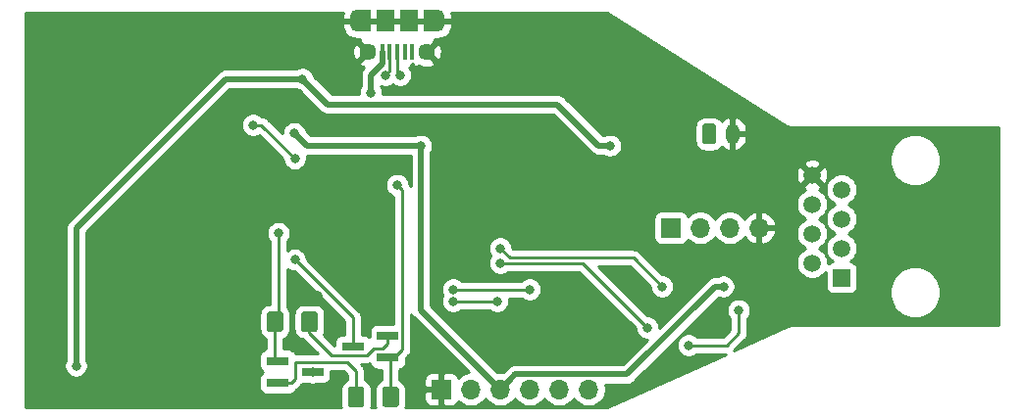
<source format=gbr>
G04 #@! TF.GenerationSoftware,KiCad,Pcbnew,5.1.5+dfsg1-2build2*
G04 #@! TF.CreationDate,2020-08-28T17:04:02+02:00*
G04 #@! TF.ProjectId,System Air,53797374-656d-4204-9169-722e6b696361,rev?*
G04 #@! TF.SameCoordinates,Original*
G04 #@! TF.FileFunction,Copper,L2,Bot*
G04 #@! TF.FilePolarity,Positive*
%FSLAX46Y46*%
G04 Gerber Fmt 4.6, Leading zero omitted, Abs format (unit mm)*
G04 Created by KiCad (PCBNEW 5.1.5+dfsg1-2build2) date 2020-08-28 17:04:02*
%MOMM*%
%LPD*%
G04 APERTURE LIST*
%ADD10R,1.500000X1.500000*%
%ADD11C,1.500000*%
%ADD12R,1.200000X1.900000*%
%ADD13O,1.200000X1.900000*%
%ADD14R,1.500000X1.900000*%
%ADD15C,1.450000*%
%ADD16R,0.400000X1.350000*%
%ADD17C,0.100000*%
%ADD18O,1.200000X1.750000*%
%ADD19R,1.700000X1.700000*%
%ADD20O,1.700000X1.700000*%
%ADD21R,1.900000X0.800000*%
%ADD22C,0.800000*%
%ADD23C,0.500000*%
%ADD24C,0.250000*%
%ADD25C,0.254000*%
G04 APERTURE END LIST*
D10*
X167894000Y-101346000D03*
D11*
X165354000Y-100076000D03*
X167894000Y-98806000D03*
X165354000Y-97536000D03*
X167894000Y-96266000D03*
X165354000Y-94996000D03*
X167894000Y-93726000D03*
X165354000Y-92456000D03*
D12*
X126640000Y-79128100D03*
X132440000Y-79128100D03*
D13*
X133040000Y-79128100D03*
X126040000Y-79128100D03*
D14*
X128540000Y-79128100D03*
D15*
X132040000Y-81828100D03*
D16*
X129540000Y-81828100D03*
X130190000Y-81828100D03*
X130840000Y-81828100D03*
X128240000Y-81828100D03*
X128890000Y-81828100D03*
D15*
X127040000Y-81828100D03*
D14*
X130540000Y-79128100D03*
G04 #@! TA.AperFunction,ComponentPad*
D17*
G36*
X156838505Y-88026204D02*
G01*
X156862773Y-88029804D01*
X156886572Y-88035765D01*
X156909671Y-88044030D01*
X156931850Y-88054520D01*
X156952893Y-88067132D01*
X156972599Y-88081747D01*
X156990777Y-88098223D01*
X157007253Y-88116401D01*
X157021868Y-88136107D01*
X157034480Y-88157150D01*
X157044970Y-88179329D01*
X157053235Y-88202428D01*
X157059196Y-88226227D01*
X157062796Y-88250495D01*
X157064000Y-88274999D01*
X157064000Y-89525001D01*
X157062796Y-89549505D01*
X157059196Y-89573773D01*
X157053235Y-89597572D01*
X157044970Y-89620671D01*
X157034480Y-89642850D01*
X157021868Y-89663893D01*
X157007253Y-89683599D01*
X156990777Y-89701777D01*
X156972599Y-89718253D01*
X156952893Y-89732868D01*
X156931850Y-89745480D01*
X156909671Y-89755970D01*
X156886572Y-89764235D01*
X156862773Y-89770196D01*
X156838505Y-89773796D01*
X156814001Y-89775000D01*
X156113999Y-89775000D01*
X156089495Y-89773796D01*
X156065227Y-89770196D01*
X156041428Y-89764235D01*
X156018329Y-89755970D01*
X155996150Y-89745480D01*
X155975107Y-89732868D01*
X155955401Y-89718253D01*
X155937223Y-89701777D01*
X155920747Y-89683599D01*
X155906132Y-89663893D01*
X155893520Y-89642850D01*
X155883030Y-89620671D01*
X155874765Y-89597572D01*
X155868804Y-89573773D01*
X155865204Y-89549505D01*
X155864000Y-89525001D01*
X155864000Y-88274999D01*
X155865204Y-88250495D01*
X155868804Y-88226227D01*
X155874765Y-88202428D01*
X155883030Y-88179329D01*
X155893520Y-88157150D01*
X155906132Y-88136107D01*
X155920747Y-88116401D01*
X155937223Y-88098223D01*
X155955401Y-88081747D01*
X155975107Y-88067132D01*
X155996150Y-88054520D01*
X156018329Y-88044030D01*
X156041428Y-88035765D01*
X156065227Y-88029804D01*
X156089495Y-88026204D01*
X156113999Y-88025000D01*
X156814001Y-88025000D01*
X156838505Y-88026204D01*
G37*
G04 #@! TD.AperFunction*
D18*
X158464000Y-88900000D03*
D19*
X133350000Y-110998000D03*
D20*
X135890000Y-110998000D03*
X138430000Y-110998000D03*
X140970000Y-110998000D03*
X143510000Y-110998000D03*
X146050000Y-110998000D03*
D19*
X153162000Y-97028000D03*
D20*
X155702000Y-97028000D03*
X158242000Y-97028000D03*
X160782000Y-97028000D03*
D21*
X128724940Y-106362318D03*
X128724940Y-108262318D03*
X125724940Y-107312318D03*
X122218540Y-109479784D03*
X119218540Y-108529784D03*
X119218540Y-110429784D03*
G04 #@! TA.AperFunction,SMDPad,CuDef*
D17*
G36*
X119468044Y-104271056D02*
G01*
X119492313Y-104274656D01*
X119516111Y-104280617D01*
X119539211Y-104288882D01*
X119561389Y-104299372D01*
X119582433Y-104311985D01*
X119602138Y-104326599D01*
X119620317Y-104343075D01*
X119636793Y-104361254D01*
X119651407Y-104380959D01*
X119664020Y-104402003D01*
X119674510Y-104424181D01*
X119682775Y-104447281D01*
X119688736Y-104471079D01*
X119692336Y-104495348D01*
X119693540Y-104519852D01*
X119693540Y-105769852D01*
X119692336Y-105794356D01*
X119688736Y-105818625D01*
X119682775Y-105842423D01*
X119674510Y-105865523D01*
X119664020Y-105887701D01*
X119651407Y-105908745D01*
X119636793Y-105928450D01*
X119620317Y-105946629D01*
X119602138Y-105963105D01*
X119582433Y-105977719D01*
X119561389Y-105990332D01*
X119539211Y-106000822D01*
X119516111Y-106009087D01*
X119492313Y-106015048D01*
X119468044Y-106018648D01*
X119443540Y-106019852D01*
X118518540Y-106019852D01*
X118494036Y-106018648D01*
X118469767Y-106015048D01*
X118445969Y-106009087D01*
X118422869Y-106000822D01*
X118400691Y-105990332D01*
X118379647Y-105977719D01*
X118359942Y-105963105D01*
X118341763Y-105946629D01*
X118325287Y-105928450D01*
X118310673Y-105908745D01*
X118298060Y-105887701D01*
X118287570Y-105865523D01*
X118279305Y-105842423D01*
X118273344Y-105818625D01*
X118269744Y-105794356D01*
X118268540Y-105769852D01*
X118268540Y-104519852D01*
X118269744Y-104495348D01*
X118273344Y-104471079D01*
X118279305Y-104447281D01*
X118287570Y-104424181D01*
X118298060Y-104402003D01*
X118310673Y-104380959D01*
X118325287Y-104361254D01*
X118341763Y-104343075D01*
X118359942Y-104326599D01*
X118379647Y-104311985D01*
X118400691Y-104299372D01*
X118422869Y-104288882D01*
X118445969Y-104280617D01*
X118469767Y-104274656D01*
X118494036Y-104271056D01*
X118518540Y-104269852D01*
X119443540Y-104269852D01*
X119468044Y-104271056D01*
G37*
G04 #@! TD.AperFunction*
G04 #@! TA.AperFunction,SMDPad,CuDef*
G36*
X122443044Y-104271056D02*
G01*
X122467313Y-104274656D01*
X122491111Y-104280617D01*
X122514211Y-104288882D01*
X122536389Y-104299372D01*
X122557433Y-104311985D01*
X122577138Y-104326599D01*
X122595317Y-104343075D01*
X122611793Y-104361254D01*
X122626407Y-104380959D01*
X122639020Y-104402003D01*
X122649510Y-104424181D01*
X122657775Y-104447281D01*
X122663736Y-104471079D01*
X122667336Y-104495348D01*
X122668540Y-104519852D01*
X122668540Y-105769852D01*
X122667336Y-105794356D01*
X122663736Y-105818625D01*
X122657775Y-105842423D01*
X122649510Y-105865523D01*
X122639020Y-105887701D01*
X122626407Y-105908745D01*
X122611793Y-105928450D01*
X122595317Y-105946629D01*
X122577138Y-105963105D01*
X122557433Y-105977719D01*
X122536389Y-105990332D01*
X122514211Y-106000822D01*
X122491111Y-106009087D01*
X122467313Y-106015048D01*
X122443044Y-106018648D01*
X122418540Y-106019852D01*
X121493540Y-106019852D01*
X121469036Y-106018648D01*
X121444767Y-106015048D01*
X121420969Y-106009087D01*
X121397869Y-106000822D01*
X121375691Y-105990332D01*
X121354647Y-105977719D01*
X121334942Y-105963105D01*
X121316763Y-105946629D01*
X121300287Y-105928450D01*
X121285673Y-105908745D01*
X121273060Y-105887701D01*
X121262570Y-105865523D01*
X121254305Y-105842423D01*
X121248344Y-105818625D01*
X121244744Y-105794356D01*
X121243540Y-105769852D01*
X121243540Y-104519852D01*
X121244744Y-104495348D01*
X121248344Y-104471079D01*
X121254305Y-104447281D01*
X121262570Y-104424181D01*
X121273060Y-104402003D01*
X121285673Y-104380959D01*
X121300287Y-104361254D01*
X121316763Y-104343075D01*
X121334942Y-104326599D01*
X121354647Y-104311985D01*
X121375691Y-104299372D01*
X121397869Y-104288882D01*
X121420969Y-104280617D01*
X121444767Y-104274656D01*
X121469036Y-104271056D01*
X121493540Y-104269852D01*
X122418540Y-104269852D01*
X122443044Y-104271056D01*
G37*
G04 #@! TD.AperFunction*
G04 #@! TA.AperFunction,SMDPad,CuDef*
G36*
X126474444Y-110773454D02*
G01*
X126498713Y-110777054D01*
X126522511Y-110783015D01*
X126545611Y-110791280D01*
X126567789Y-110801770D01*
X126588833Y-110814383D01*
X126608538Y-110828997D01*
X126626717Y-110845473D01*
X126643193Y-110863652D01*
X126657807Y-110883357D01*
X126670420Y-110904401D01*
X126680910Y-110926579D01*
X126689175Y-110949679D01*
X126695136Y-110973477D01*
X126698736Y-110997746D01*
X126699940Y-111022250D01*
X126699940Y-112272250D01*
X126698736Y-112296754D01*
X126695136Y-112321023D01*
X126689175Y-112344821D01*
X126680910Y-112367921D01*
X126670420Y-112390099D01*
X126657807Y-112411143D01*
X126643193Y-112430848D01*
X126626717Y-112449027D01*
X126608538Y-112465503D01*
X126588833Y-112480117D01*
X126567789Y-112492730D01*
X126545611Y-112503220D01*
X126522511Y-112511485D01*
X126498713Y-112517446D01*
X126474444Y-112521046D01*
X126449940Y-112522250D01*
X125524940Y-112522250D01*
X125500436Y-112521046D01*
X125476167Y-112517446D01*
X125452369Y-112511485D01*
X125429269Y-112503220D01*
X125407091Y-112492730D01*
X125386047Y-112480117D01*
X125366342Y-112465503D01*
X125348163Y-112449027D01*
X125331687Y-112430848D01*
X125317073Y-112411143D01*
X125304460Y-112390099D01*
X125293970Y-112367921D01*
X125285705Y-112344821D01*
X125279744Y-112321023D01*
X125276144Y-112296754D01*
X125274940Y-112272250D01*
X125274940Y-111022250D01*
X125276144Y-110997746D01*
X125279744Y-110973477D01*
X125285705Y-110949679D01*
X125293970Y-110926579D01*
X125304460Y-110904401D01*
X125317073Y-110883357D01*
X125331687Y-110863652D01*
X125348163Y-110845473D01*
X125366342Y-110828997D01*
X125386047Y-110814383D01*
X125407091Y-110801770D01*
X125429269Y-110791280D01*
X125452369Y-110783015D01*
X125476167Y-110777054D01*
X125500436Y-110773454D01*
X125524940Y-110772250D01*
X126449940Y-110772250D01*
X126474444Y-110773454D01*
G37*
G04 #@! TD.AperFunction*
G04 #@! TA.AperFunction,SMDPad,CuDef*
G36*
X129449444Y-110773454D02*
G01*
X129473713Y-110777054D01*
X129497511Y-110783015D01*
X129520611Y-110791280D01*
X129542789Y-110801770D01*
X129563833Y-110814383D01*
X129583538Y-110828997D01*
X129601717Y-110845473D01*
X129618193Y-110863652D01*
X129632807Y-110883357D01*
X129645420Y-110904401D01*
X129655910Y-110926579D01*
X129664175Y-110949679D01*
X129670136Y-110973477D01*
X129673736Y-110997746D01*
X129674940Y-111022250D01*
X129674940Y-112272250D01*
X129673736Y-112296754D01*
X129670136Y-112321023D01*
X129664175Y-112344821D01*
X129655910Y-112367921D01*
X129645420Y-112390099D01*
X129632807Y-112411143D01*
X129618193Y-112430848D01*
X129601717Y-112449027D01*
X129583538Y-112465503D01*
X129563833Y-112480117D01*
X129542789Y-112492730D01*
X129520611Y-112503220D01*
X129497511Y-112511485D01*
X129473713Y-112517446D01*
X129449444Y-112521046D01*
X129424940Y-112522250D01*
X128499940Y-112522250D01*
X128475436Y-112521046D01*
X128451167Y-112517446D01*
X128427369Y-112511485D01*
X128404269Y-112503220D01*
X128382091Y-112492730D01*
X128361047Y-112480117D01*
X128341342Y-112465503D01*
X128323163Y-112449027D01*
X128306687Y-112430848D01*
X128292073Y-112411143D01*
X128279460Y-112390099D01*
X128268970Y-112367921D01*
X128260705Y-112344821D01*
X128254744Y-112321023D01*
X128251144Y-112296754D01*
X128249940Y-112272250D01*
X128249940Y-111022250D01*
X128251144Y-110997746D01*
X128254744Y-110973477D01*
X128260705Y-110949679D01*
X128268970Y-110926579D01*
X128279460Y-110904401D01*
X128292073Y-110883357D01*
X128306687Y-110863652D01*
X128323163Y-110845473D01*
X128341342Y-110828997D01*
X128361047Y-110814383D01*
X128382091Y-110801770D01*
X128404269Y-110791280D01*
X128427369Y-110783015D01*
X128451167Y-110777054D01*
X128475436Y-110773454D01*
X128499940Y-110772250D01*
X129424940Y-110772250D01*
X129449444Y-110773454D01*
G37*
G04 #@! TD.AperFunction*
D22*
X107950000Y-99314000D03*
X104394000Y-99314000D03*
X107950000Y-95758000D03*
X134620000Y-84582000D03*
X154686000Y-102108000D03*
X105156000Y-111760000D03*
X98806000Y-108966000D03*
X147828000Y-84582000D03*
X154686000Y-107188000D03*
X152400000Y-102108000D03*
X151130000Y-105664000D03*
X138430000Y-98806000D03*
X138430000Y-100076000D03*
X134366000Y-102362000D03*
X134366000Y-103378000D03*
X120650000Y-88849200D03*
X127254000Y-85344000D03*
X131572000Y-89920504D03*
X157697500Y-102108000D03*
X122682000Y-102870000D03*
X127508000Y-109728000D03*
X109474000Y-91186000D03*
X113538000Y-95504000D03*
X121158000Y-86868000D03*
X111760000Y-82804000D03*
X106934000Y-86106000D03*
X103632000Y-107950000D03*
X144780000Y-103124000D03*
X157480000Y-99568000D03*
X142748000Y-88392000D03*
X127762000Y-87884000D03*
X136652000Y-93980000D03*
X142240000Y-93980000D03*
X122174000Y-94742000D03*
X124714000Y-94996000D03*
X110490000Y-111506000D03*
X112014000Y-102362000D03*
X99314000Y-101346000D03*
X99060000Y-91186000D03*
X162052000Y-101600000D03*
X152654000Y-109220000D03*
X126492000Y-102616000D03*
X116840000Y-104902000D03*
X138050104Y-87582358D03*
X103632000Y-91186000D03*
X108204000Y-106934000D03*
X128016000Y-94234000D03*
X122224800Y-109524800D03*
X147904862Y-89920504D03*
X121338900Y-84151000D03*
X101817500Y-108966000D03*
X159025000Y-104161000D03*
X128524000Y-83820000D03*
X129794000Y-83820000D03*
X138176000Y-103378000D03*
X129540000Y-93322420D03*
X120700800Y-99771200D03*
X119278400Y-97485200D03*
X117094000Y-88138000D03*
X120700800Y-91033600D03*
X140970000Y-102362000D03*
D23*
X121721304Y-89920504D02*
X120650000Y-88849200D01*
X131572000Y-89920504D02*
X121721304Y-89920504D01*
X149395001Y-109697999D02*
X139730001Y-109697999D01*
X156985000Y-102108000D02*
X149395001Y-109697999D01*
X139279999Y-110148001D02*
X138430000Y-110998000D01*
X139730001Y-109697999D02*
X139279999Y-110148001D01*
X157697500Y-102108000D02*
X156985000Y-102108000D01*
X131572000Y-104140000D02*
X138430000Y-110998000D01*
X131572000Y-89920504D02*
X131572000Y-104140000D01*
X127254000Y-83831998D02*
X127254000Y-84778315D01*
X128240000Y-82845998D02*
X127254000Y-83831998D01*
X127254000Y-84778315D02*
X127254000Y-85344000D01*
X128240000Y-81828100D02*
X128240000Y-82845998D01*
X146929862Y-89920504D02*
X143369358Y-86360000D01*
X147904862Y-89920504D02*
X146929862Y-89920504D01*
X123547900Y-86360000D02*
X121338900Y-84151000D01*
X143369358Y-86360000D02*
X123547900Y-86360000D01*
X121338900Y-84151000D02*
X114731000Y-84151000D01*
X114731000Y-84151000D02*
X101817500Y-97064500D01*
X101817500Y-97064500D02*
X101817500Y-108966000D01*
D24*
X159025000Y-106151000D02*
X159025000Y-104161000D01*
X157988000Y-107188000D02*
X159025000Y-106151000D01*
X154686000Y-107188000D02*
X157988000Y-107188000D01*
X128890000Y-83454000D02*
X128524000Y-83820000D01*
X128890000Y-81828100D02*
X128890000Y-83454000D01*
X129540000Y-83566000D02*
X129794000Y-83820000D01*
X129540000Y-81828100D02*
X129540000Y-83566000D01*
X138176000Y-103378000D02*
X138176000Y-103378000D01*
X134366000Y-103378000D02*
X138176000Y-103378000D01*
X128724940Y-107012318D02*
X128255606Y-107481652D01*
X128724940Y-106362318D02*
X128724940Y-107012318D01*
X121956040Y-106119852D02*
X121956040Y-105144852D01*
X123873507Y-108037319D02*
X121956040Y-106119852D01*
X126934941Y-108037319D02*
X123873507Y-108037319D01*
X127490608Y-107481652D02*
X126934941Y-108037319D01*
X128255606Y-107481652D02*
X127490608Y-107481652D01*
X128962440Y-108499818D02*
X128724940Y-108262318D01*
X128962440Y-111647250D02*
X128962440Y-108499818D01*
X129999941Y-93782361D02*
X129540000Y-93322420D01*
X129999941Y-107537317D02*
X129999941Y-93782361D01*
X129274940Y-108262318D02*
X129999941Y-107537317D01*
X128724940Y-108262318D02*
X129274940Y-108262318D01*
X125724940Y-104795340D02*
X125724940Y-107312318D01*
X120700800Y-99771200D02*
X125724940Y-104795340D01*
X118981040Y-108292284D02*
X119218540Y-108529784D01*
X118981040Y-105144852D02*
X118981040Y-108292284D01*
X119278400Y-104847492D02*
X118981040Y-105144852D01*
X119278400Y-97485200D02*
X119278400Y-104847492D01*
X120418540Y-110429784D02*
X119218540Y-110429784D01*
X120769340Y-110078984D02*
X120418540Y-110429784D01*
X125188940Y-108650052D02*
X120769340Y-108650052D01*
X125987440Y-109448552D02*
X125188940Y-108650052D01*
X120769340Y-108650052D02*
X120769340Y-110078984D01*
X125987440Y-111647250D02*
X125987440Y-109448552D01*
X140970000Y-102616000D02*
X140970000Y-102616000D01*
X140970000Y-102362000D02*
X134366000Y-102362000D01*
X117805200Y-88138000D02*
X117094000Y-88138000D01*
X120700800Y-91033600D02*
X117805200Y-88138000D01*
X138430000Y-98806000D02*
X139249990Y-99625990D01*
X149917990Y-99625990D02*
X152400000Y-102108000D01*
X139249990Y-99625990D02*
X149917990Y-99625990D01*
X145542000Y-100076000D02*
X151130000Y-105664000D01*
X138430000Y-100076000D02*
X145542000Y-100076000D01*
D25*
G36*
X127149128Y-108786800D02*
G01*
X127185438Y-108906498D01*
X127244403Y-109016812D01*
X127323755Y-109113503D01*
X127420446Y-109192855D01*
X127530760Y-109251820D01*
X127650458Y-109288130D01*
X127774940Y-109300390D01*
X128202441Y-109300390D01*
X128202440Y-110188931D01*
X128160090Y-110201778D01*
X128006554Y-110283845D01*
X127871978Y-110394288D01*
X127761535Y-110528864D01*
X127679468Y-110682400D01*
X127628932Y-110848996D01*
X127611868Y-111022250D01*
X127611868Y-112272250D01*
X127628932Y-112445504D01*
X127667911Y-112574000D01*
X127281969Y-112574000D01*
X127320948Y-112445504D01*
X127338012Y-112272250D01*
X127338012Y-111022250D01*
X127320948Y-110848996D01*
X127270412Y-110682400D01*
X127188345Y-110528864D01*
X127077902Y-110394288D01*
X126943326Y-110283845D01*
X126789790Y-110201778D01*
X126747440Y-110188931D01*
X126747440Y-109485885D01*
X126751117Y-109448552D01*
X126736443Y-109299566D01*
X126692986Y-109156305D01*
X126622414Y-109024276D01*
X126551239Y-108937549D01*
X126527441Y-108908551D01*
X126498442Y-108884753D01*
X126411009Y-108797319D01*
X126897619Y-108797319D01*
X126934941Y-108800995D01*
X126972263Y-108797319D01*
X126972274Y-108797319D01*
X127083927Y-108786322D01*
X127147191Y-108767131D01*
X127149128Y-108786800D01*
G37*
X127149128Y-108786800D02*
X127185438Y-108906498D01*
X127244403Y-109016812D01*
X127323755Y-109113503D01*
X127420446Y-109192855D01*
X127530760Y-109251820D01*
X127650458Y-109288130D01*
X127774940Y-109300390D01*
X128202441Y-109300390D01*
X128202440Y-110188931D01*
X128160090Y-110201778D01*
X128006554Y-110283845D01*
X127871978Y-110394288D01*
X127761535Y-110528864D01*
X127679468Y-110682400D01*
X127628932Y-110848996D01*
X127611868Y-111022250D01*
X127611868Y-112272250D01*
X127628932Y-112445504D01*
X127667911Y-112574000D01*
X127281969Y-112574000D01*
X127320948Y-112445504D01*
X127338012Y-112272250D01*
X127338012Y-111022250D01*
X127320948Y-110848996D01*
X127270412Y-110682400D01*
X127188345Y-110528864D01*
X127077902Y-110394288D01*
X126943326Y-110283845D01*
X126789790Y-110201778D01*
X126747440Y-110188931D01*
X126747440Y-109485885D01*
X126751117Y-109448552D01*
X126736443Y-109299566D01*
X126692986Y-109156305D01*
X126622414Y-109024276D01*
X126551239Y-108937549D01*
X126527441Y-108908551D01*
X126498442Y-108884753D01*
X126411009Y-108797319D01*
X126897619Y-108797319D01*
X126934941Y-108800995D01*
X126972263Y-108797319D01*
X126972274Y-108797319D01*
X127083927Y-108786322D01*
X127147191Y-108767131D01*
X127149128Y-108786800D01*
G36*
X124805000Y-78651100D02*
G01*
X124805000Y-79001100D01*
X128413000Y-79001100D01*
X128413000Y-78981100D01*
X128667000Y-78981100D01*
X128667000Y-79001100D01*
X130413000Y-79001100D01*
X130413000Y-78981100D01*
X130667000Y-78981100D01*
X130667000Y-79001100D01*
X134275000Y-79001100D01*
X134275000Y-78651100D01*
X134230845Y-78434000D01*
X147623264Y-78434000D01*
X163160130Y-88207191D01*
X163179637Y-88223200D01*
X163219187Y-88244340D01*
X163227481Y-88249557D01*
X163249934Y-88260774D01*
X163302980Y-88289128D01*
X163312418Y-88291991D01*
X163321243Y-88296400D01*
X163379249Y-88312264D01*
X163436816Y-88329727D01*
X163446638Y-88330694D01*
X163456147Y-88333295D01*
X163516123Y-88337538D01*
X163541123Y-88340000D01*
X163550929Y-88340000D01*
X163595655Y-88343164D01*
X163620688Y-88340000D01*
X181408000Y-88340000D01*
X181408001Y-105462000D01*
X163599670Y-105462000D01*
X163553534Y-105458919D01*
X163495297Y-105466513D01*
X163436816Y-105472273D01*
X163426024Y-105475547D01*
X163414849Y-105477004D01*
X163359203Y-105495817D01*
X163302980Y-105512872D01*
X163262196Y-105534671D01*
X158619369Y-107631432D01*
X159536009Y-106714794D01*
X159565001Y-106691001D01*
X159588795Y-106662008D01*
X159588799Y-106662004D01*
X159659973Y-106575277D01*
X159659974Y-106575276D01*
X159730546Y-106443247D01*
X159774003Y-106299986D01*
X159785000Y-106188333D01*
X159785000Y-106188324D01*
X159788676Y-106151001D01*
X159785000Y-106113678D01*
X159785000Y-104864711D01*
X159828937Y-104820774D01*
X159942205Y-104651256D01*
X160020226Y-104462898D01*
X160060000Y-104262939D01*
X160060000Y-104059061D01*
X160020226Y-103859102D01*
X159942205Y-103670744D01*
X159828937Y-103501226D01*
X159684774Y-103357063D01*
X159515256Y-103243795D01*
X159326898Y-103165774D01*
X159126939Y-103126000D01*
X158923061Y-103126000D01*
X158723102Y-103165774D01*
X158534744Y-103243795D01*
X158365226Y-103357063D01*
X158221063Y-103501226D01*
X158107795Y-103670744D01*
X158029774Y-103859102D01*
X157990000Y-104059061D01*
X157990000Y-104262939D01*
X158029774Y-104462898D01*
X158107795Y-104651256D01*
X158221063Y-104820774D01*
X158265001Y-104864712D01*
X158265000Y-105836197D01*
X157673199Y-106428000D01*
X155389711Y-106428000D01*
X155345774Y-106384063D01*
X155176256Y-106270795D01*
X154987898Y-106192774D01*
X154787939Y-106153000D01*
X154584061Y-106153000D01*
X154384102Y-106192774D01*
X154195744Y-106270795D01*
X154026226Y-106384063D01*
X153882063Y-106528226D01*
X153768795Y-106697744D01*
X153690774Y-106886102D01*
X153651000Y-107086061D01*
X153651000Y-107289939D01*
X153690774Y-107489898D01*
X153768795Y-107678256D01*
X153882063Y-107847774D01*
X154026226Y-107991937D01*
X154195744Y-108105205D01*
X154384102Y-108183226D01*
X154584061Y-108223000D01*
X154787939Y-108223000D01*
X154987898Y-108183226D01*
X155176256Y-108105205D01*
X155345774Y-107991937D01*
X155389711Y-107948000D01*
X157918397Y-107948000D01*
X147675112Y-112574000D01*
X130256969Y-112574000D01*
X130295948Y-112445504D01*
X130313012Y-112272250D01*
X130313012Y-111848000D01*
X131861928Y-111848000D01*
X131874188Y-111972482D01*
X131910498Y-112092180D01*
X131969463Y-112202494D01*
X132048815Y-112299185D01*
X132145506Y-112378537D01*
X132255820Y-112437502D01*
X132375518Y-112473812D01*
X132500000Y-112486072D01*
X133064250Y-112483000D01*
X133223000Y-112324250D01*
X133223000Y-111125000D01*
X132023750Y-111125000D01*
X131865000Y-111283750D01*
X131861928Y-111848000D01*
X130313012Y-111848000D01*
X130313012Y-111022250D01*
X130295948Y-110848996D01*
X130245412Y-110682400D01*
X130163345Y-110528864D01*
X130052902Y-110394288D01*
X129918326Y-110283845D01*
X129764790Y-110201778D01*
X129722440Y-110188931D01*
X129722440Y-110148000D01*
X131861928Y-110148000D01*
X131865000Y-110712250D01*
X132023750Y-110871000D01*
X133223000Y-110871000D01*
X133223000Y-109671750D01*
X133064250Y-109513000D01*
X132500000Y-109509928D01*
X132375518Y-109522188D01*
X132255820Y-109558498D01*
X132145506Y-109617463D01*
X132048815Y-109696815D01*
X131969463Y-109793506D01*
X131910498Y-109903820D01*
X131874188Y-110023518D01*
X131861928Y-110148000D01*
X129722440Y-110148000D01*
X129722440Y-109295712D01*
X129799422Y-109288130D01*
X129919120Y-109251820D01*
X130029434Y-109192855D01*
X130126125Y-109113503D01*
X130205477Y-109016812D01*
X130264442Y-108906498D01*
X130300752Y-108786800D01*
X130313012Y-108662318D01*
X130313012Y-108299048D01*
X130510945Y-108101115D01*
X130539942Y-108077318D01*
X130634915Y-107961593D01*
X130705487Y-107829564D01*
X130748944Y-107686303D01*
X130759941Y-107574650D01*
X130759941Y-107574641D01*
X130763617Y-107537318D01*
X130759941Y-107499995D01*
X130759941Y-104498141D01*
X130832590Y-104634059D01*
X130915468Y-104735046D01*
X130915471Y-104735049D01*
X130943184Y-104768817D01*
X130976952Y-104796530D01*
X135701770Y-109521348D01*
X135456842Y-109570068D01*
X135186589Y-109682010D01*
X134943368Y-109844525D01*
X134811513Y-109976380D01*
X134789502Y-109903820D01*
X134730537Y-109793506D01*
X134651185Y-109696815D01*
X134554494Y-109617463D01*
X134444180Y-109558498D01*
X134324482Y-109522188D01*
X134200000Y-109509928D01*
X133635750Y-109513000D01*
X133477000Y-109671750D01*
X133477000Y-110871000D01*
X133497000Y-110871000D01*
X133497000Y-111125000D01*
X133477000Y-111125000D01*
X133477000Y-112324250D01*
X133635750Y-112483000D01*
X134200000Y-112486072D01*
X134324482Y-112473812D01*
X134444180Y-112437502D01*
X134554494Y-112378537D01*
X134651185Y-112299185D01*
X134730537Y-112202494D01*
X134789502Y-112092180D01*
X134811513Y-112019620D01*
X134943368Y-112151475D01*
X135186589Y-112313990D01*
X135456842Y-112425932D01*
X135743740Y-112483000D01*
X136036260Y-112483000D01*
X136323158Y-112425932D01*
X136593411Y-112313990D01*
X136836632Y-112151475D01*
X137043475Y-111944632D01*
X137160000Y-111770240D01*
X137276525Y-111944632D01*
X137483368Y-112151475D01*
X137726589Y-112313990D01*
X137996842Y-112425932D01*
X138283740Y-112483000D01*
X138576260Y-112483000D01*
X138863158Y-112425932D01*
X139133411Y-112313990D01*
X139376632Y-112151475D01*
X139583475Y-111944632D01*
X139700000Y-111770240D01*
X139816525Y-111944632D01*
X140023368Y-112151475D01*
X140266589Y-112313990D01*
X140536842Y-112425932D01*
X140823740Y-112483000D01*
X141116260Y-112483000D01*
X141403158Y-112425932D01*
X141673411Y-112313990D01*
X141916632Y-112151475D01*
X142123475Y-111944632D01*
X142240000Y-111770240D01*
X142356525Y-111944632D01*
X142563368Y-112151475D01*
X142806589Y-112313990D01*
X143076842Y-112425932D01*
X143363740Y-112483000D01*
X143656260Y-112483000D01*
X143943158Y-112425932D01*
X144213411Y-112313990D01*
X144456632Y-112151475D01*
X144663475Y-111944632D01*
X144780000Y-111770240D01*
X144896525Y-111944632D01*
X145103368Y-112151475D01*
X145346589Y-112313990D01*
X145616842Y-112425932D01*
X145903740Y-112483000D01*
X146196260Y-112483000D01*
X146483158Y-112425932D01*
X146753411Y-112313990D01*
X146996632Y-112151475D01*
X147203475Y-111944632D01*
X147365990Y-111701411D01*
X147477932Y-111431158D01*
X147535000Y-111144260D01*
X147535000Y-110851740D01*
X147481544Y-110582999D01*
X149351532Y-110582999D01*
X149395001Y-110587280D01*
X149438470Y-110582999D01*
X149438478Y-110582999D01*
X149568491Y-110570194D01*
X149735314Y-110519588D01*
X149889060Y-110437410D01*
X150023818Y-110326816D01*
X150051535Y-110293043D01*
X157286532Y-103058047D01*
X157395602Y-103103226D01*
X157595561Y-103143000D01*
X157799439Y-103143000D01*
X157999398Y-103103226D01*
X158187756Y-103025205D01*
X158357274Y-102911937D01*
X158501437Y-102767774D01*
X158614705Y-102598256D01*
X158692726Y-102409898D01*
X158732500Y-102209939D01*
X158732500Y-102006061D01*
X158692726Y-101806102D01*
X158614705Y-101617744D01*
X158501437Y-101448226D01*
X158357274Y-101304063D01*
X158187756Y-101190795D01*
X157999398Y-101112774D01*
X157799439Y-101073000D01*
X157595561Y-101073000D01*
X157395602Y-101112774D01*
X157207244Y-101190795D01*
X157159046Y-101223000D01*
X157028469Y-101223000D01*
X156985000Y-101218719D01*
X156941531Y-101223000D01*
X156941523Y-101223000D01*
X156811510Y-101235805D01*
X156644686Y-101286411D01*
X156490941Y-101368589D01*
X156389953Y-101451468D01*
X156389951Y-101451470D01*
X156356183Y-101479183D01*
X156328470Y-101512951D01*
X152165000Y-105676422D01*
X152165000Y-105562061D01*
X152125226Y-105362102D01*
X152047205Y-105173744D01*
X151933937Y-105004226D01*
X151789774Y-104860063D01*
X151620256Y-104746795D01*
X151431898Y-104668774D01*
X151231939Y-104629000D01*
X151169803Y-104629000D01*
X146926791Y-100385990D01*
X149603189Y-100385990D01*
X151365000Y-102147802D01*
X151365000Y-102209939D01*
X151404774Y-102409898D01*
X151482795Y-102598256D01*
X151596063Y-102767774D01*
X151740226Y-102911937D01*
X151909744Y-103025205D01*
X152098102Y-103103226D01*
X152298061Y-103143000D01*
X152501939Y-103143000D01*
X152701898Y-103103226D01*
X152890256Y-103025205D01*
X153059774Y-102911937D01*
X153203937Y-102767774D01*
X153317205Y-102598256D01*
X153395226Y-102409898D01*
X153435000Y-102209939D01*
X153435000Y-102006061D01*
X153395226Y-101806102D01*
X153317205Y-101617744D01*
X153203937Y-101448226D01*
X153059774Y-101304063D01*
X152890256Y-101190795D01*
X152701898Y-101112774D01*
X152501939Y-101073000D01*
X152439802Y-101073000D01*
X150481794Y-99114993D01*
X150457991Y-99085989D01*
X150342266Y-98991016D01*
X150210237Y-98920444D01*
X150066976Y-98876987D01*
X149955323Y-98865990D01*
X149955312Y-98865990D01*
X149917990Y-98862314D01*
X149880668Y-98865990D01*
X139564792Y-98865990D01*
X139465000Y-98766198D01*
X139465000Y-98704061D01*
X139425226Y-98504102D01*
X139347205Y-98315744D01*
X139233937Y-98146226D01*
X139089774Y-98002063D01*
X138920256Y-97888795D01*
X138731898Y-97810774D01*
X138531939Y-97771000D01*
X138328061Y-97771000D01*
X138128102Y-97810774D01*
X137939744Y-97888795D01*
X137770226Y-98002063D01*
X137626063Y-98146226D01*
X137512795Y-98315744D01*
X137434774Y-98504102D01*
X137395000Y-98704061D01*
X137395000Y-98907939D01*
X137434774Y-99107898D01*
X137512795Y-99296256D01*
X137609510Y-99441000D01*
X137512795Y-99585744D01*
X137434774Y-99774102D01*
X137395000Y-99974061D01*
X137395000Y-100177939D01*
X137434774Y-100377898D01*
X137512795Y-100566256D01*
X137626063Y-100735774D01*
X137770226Y-100879937D01*
X137939744Y-100993205D01*
X138128102Y-101071226D01*
X138328061Y-101111000D01*
X138531939Y-101111000D01*
X138731898Y-101071226D01*
X138920256Y-100993205D01*
X139089774Y-100879937D01*
X139133711Y-100836000D01*
X145227199Y-100836000D01*
X150095000Y-105703803D01*
X150095000Y-105765939D01*
X150134774Y-105965898D01*
X150212795Y-106154256D01*
X150326063Y-106323774D01*
X150470226Y-106467937D01*
X150639744Y-106581205D01*
X150828102Y-106659226D01*
X151028061Y-106699000D01*
X151142422Y-106699000D01*
X149028423Y-108812999D01*
X139773470Y-108812999D01*
X139730001Y-108808718D01*
X139686532Y-108812999D01*
X139686524Y-108812999D01*
X139571307Y-108824347D01*
X139556510Y-108825804D01*
X139535146Y-108832285D01*
X139389688Y-108876410D01*
X139235942Y-108958588D01*
X139101184Y-109069182D01*
X139073469Y-109102953D01*
X138684958Y-109491464D01*
X138684952Y-109491469D01*
X138648960Y-109527461D01*
X138576260Y-109513000D01*
X138283740Y-109513000D01*
X138211040Y-109527461D01*
X132457000Y-103773422D01*
X132457000Y-102260061D01*
X133331000Y-102260061D01*
X133331000Y-102463939D01*
X133370774Y-102663898D01*
X133448795Y-102852256D01*
X133460651Y-102870000D01*
X133448795Y-102887744D01*
X133370774Y-103076102D01*
X133331000Y-103276061D01*
X133331000Y-103479939D01*
X133370774Y-103679898D01*
X133448795Y-103868256D01*
X133562063Y-104037774D01*
X133706226Y-104181937D01*
X133875744Y-104295205D01*
X134064102Y-104373226D01*
X134264061Y-104413000D01*
X134467939Y-104413000D01*
X134667898Y-104373226D01*
X134856256Y-104295205D01*
X135025774Y-104181937D01*
X135069711Y-104138000D01*
X137472289Y-104138000D01*
X137516226Y-104181937D01*
X137685744Y-104295205D01*
X137874102Y-104373226D01*
X138074061Y-104413000D01*
X138277939Y-104413000D01*
X138477898Y-104373226D01*
X138666256Y-104295205D01*
X138835774Y-104181937D01*
X138979937Y-104037774D01*
X139093205Y-103868256D01*
X139171226Y-103679898D01*
X139211000Y-103479939D01*
X139211000Y-103276061D01*
X139180356Y-103122000D01*
X140266289Y-103122000D01*
X140310226Y-103165937D01*
X140479744Y-103279205D01*
X140668102Y-103357226D01*
X140868061Y-103397000D01*
X141071939Y-103397000D01*
X141271898Y-103357226D01*
X141460256Y-103279205D01*
X141629774Y-103165937D01*
X141773937Y-103021774D01*
X141887205Y-102852256D01*
X141965226Y-102663898D01*
X142005000Y-102463939D01*
X142005000Y-102260061D01*
X141965226Y-102060102D01*
X141887205Y-101871744D01*
X141773937Y-101702226D01*
X141629774Y-101558063D01*
X141460256Y-101444795D01*
X141271898Y-101366774D01*
X141071939Y-101327000D01*
X140868061Y-101327000D01*
X140668102Y-101366774D01*
X140479744Y-101444795D01*
X140310226Y-101558063D01*
X140266289Y-101602000D01*
X135069711Y-101602000D01*
X135025774Y-101558063D01*
X134856256Y-101444795D01*
X134667898Y-101366774D01*
X134467939Y-101327000D01*
X134264061Y-101327000D01*
X134064102Y-101366774D01*
X133875744Y-101444795D01*
X133706226Y-101558063D01*
X133562063Y-101702226D01*
X133448795Y-101871744D01*
X133370774Y-102060102D01*
X133331000Y-102260061D01*
X132457000Y-102260061D01*
X132457000Y-96178000D01*
X151673928Y-96178000D01*
X151673928Y-97878000D01*
X151686188Y-98002482D01*
X151722498Y-98122180D01*
X151781463Y-98232494D01*
X151860815Y-98329185D01*
X151957506Y-98408537D01*
X152067820Y-98467502D01*
X152187518Y-98503812D01*
X152312000Y-98516072D01*
X154012000Y-98516072D01*
X154136482Y-98503812D01*
X154256180Y-98467502D01*
X154366494Y-98408537D01*
X154463185Y-98329185D01*
X154542537Y-98232494D01*
X154601502Y-98122180D01*
X154623513Y-98049620D01*
X154755368Y-98181475D01*
X154998589Y-98343990D01*
X155268842Y-98455932D01*
X155555740Y-98513000D01*
X155848260Y-98513000D01*
X156135158Y-98455932D01*
X156405411Y-98343990D01*
X156648632Y-98181475D01*
X156855475Y-97974632D01*
X156972000Y-97800240D01*
X157088525Y-97974632D01*
X157295368Y-98181475D01*
X157538589Y-98343990D01*
X157808842Y-98455932D01*
X158095740Y-98513000D01*
X158388260Y-98513000D01*
X158675158Y-98455932D01*
X158945411Y-98343990D01*
X159188632Y-98181475D01*
X159395475Y-97974632D01*
X159517195Y-97792466D01*
X159586822Y-97909355D01*
X159781731Y-98125588D01*
X160015080Y-98299641D01*
X160277901Y-98424825D01*
X160425110Y-98469476D01*
X160655000Y-98348155D01*
X160655000Y-97155000D01*
X160909000Y-97155000D01*
X160909000Y-98348155D01*
X161138890Y-98469476D01*
X161286099Y-98424825D01*
X161548920Y-98299641D01*
X161782269Y-98125588D01*
X161977178Y-97909355D01*
X162126157Y-97659252D01*
X162223481Y-97384891D01*
X162102814Y-97155000D01*
X160909000Y-97155000D01*
X160655000Y-97155000D01*
X160635000Y-97155000D01*
X160635000Y-96901000D01*
X160655000Y-96901000D01*
X160655000Y-95707845D01*
X160909000Y-95707845D01*
X160909000Y-96901000D01*
X162102814Y-96901000D01*
X162223481Y-96671109D01*
X162126157Y-96396748D01*
X161977178Y-96146645D01*
X161782269Y-95930412D01*
X161548920Y-95756359D01*
X161286099Y-95631175D01*
X161138890Y-95586524D01*
X160909000Y-95707845D01*
X160655000Y-95707845D01*
X160425110Y-95586524D01*
X160277901Y-95631175D01*
X160015080Y-95756359D01*
X159781731Y-95930412D01*
X159586822Y-96146645D01*
X159517195Y-96263534D01*
X159395475Y-96081368D01*
X159188632Y-95874525D01*
X158945411Y-95712010D01*
X158675158Y-95600068D01*
X158388260Y-95543000D01*
X158095740Y-95543000D01*
X157808842Y-95600068D01*
X157538589Y-95712010D01*
X157295368Y-95874525D01*
X157088525Y-96081368D01*
X156972000Y-96255760D01*
X156855475Y-96081368D01*
X156648632Y-95874525D01*
X156405411Y-95712010D01*
X156135158Y-95600068D01*
X155848260Y-95543000D01*
X155555740Y-95543000D01*
X155268842Y-95600068D01*
X154998589Y-95712010D01*
X154755368Y-95874525D01*
X154623513Y-96006380D01*
X154601502Y-95933820D01*
X154542537Y-95823506D01*
X154463185Y-95726815D01*
X154366494Y-95647463D01*
X154256180Y-95588498D01*
X154136482Y-95552188D01*
X154012000Y-95539928D01*
X152312000Y-95539928D01*
X152187518Y-95552188D01*
X152067820Y-95588498D01*
X151957506Y-95647463D01*
X151860815Y-95726815D01*
X151781463Y-95823506D01*
X151722498Y-95933820D01*
X151686188Y-96053518D01*
X151673928Y-96178000D01*
X132457000Y-96178000D01*
X132457000Y-94859589D01*
X163969000Y-94859589D01*
X163969000Y-95132411D01*
X164022225Y-95399989D01*
X164126629Y-95652043D01*
X164278201Y-95878886D01*
X164471114Y-96071799D01*
X164697957Y-96223371D01*
X164800873Y-96266000D01*
X164697957Y-96308629D01*
X164471114Y-96460201D01*
X164278201Y-96653114D01*
X164126629Y-96879957D01*
X164022225Y-97132011D01*
X163969000Y-97399589D01*
X163969000Y-97672411D01*
X164022225Y-97939989D01*
X164126629Y-98192043D01*
X164278201Y-98418886D01*
X164471114Y-98611799D01*
X164697957Y-98763371D01*
X164800873Y-98806000D01*
X164697957Y-98848629D01*
X164471114Y-99000201D01*
X164278201Y-99193114D01*
X164126629Y-99419957D01*
X164022225Y-99672011D01*
X163969000Y-99939589D01*
X163969000Y-100212411D01*
X164022225Y-100479989D01*
X164126629Y-100732043D01*
X164278201Y-100958886D01*
X164471114Y-101151799D01*
X164697957Y-101303371D01*
X164950011Y-101407775D01*
X165217589Y-101461000D01*
X165490411Y-101461000D01*
X165757989Y-101407775D01*
X166010043Y-101303371D01*
X166236886Y-101151799D01*
X166429799Y-100958886D01*
X166505928Y-100844951D01*
X166505928Y-102096000D01*
X166518188Y-102220482D01*
X166554498Y-102340180D01*
X166613463Y-102450494D01*
X166692815Y-102547185D01*
X166789506Y-102626537D01*
X166899820Y-102685502D01*
X167019518Y-102721812D01*
X167144000Y-102734072D01*
X168644000Y-102734072D01*
X168768482Y-102721812D01*
X168888180Y-102685502D01*
X168998494Y-102626537D01*
X169095185Y-102547185D01*
X169174537Y-102450494D01*
X169203733Y-102395872D01*
X172009000Y-102395872D01*
X172009000Y-102836128D01*
X172094890Y-103267925D01*
X172263369Y-103674669D01*
X172507962Y-104040729D01*
X172819271Y-104352038D01*
X173185331Y-104596631D01*
X173592075Y-104765110D01*
X174023872Y-104851000D01*
X174464128Y-104851000D01*
X174895925Y-104765110D01*
X175302669Y-104596631D01*
X175668729Y-104352038D01*
X175980038Y-104040729D01*
X176224631Y-103674669D01*
X176393110Y-103267925D01*
X176479000Y-102836128D01*
X176479000Y-102395872D01*
X176393110Y-101964075D01*
X176224631Y-101557331D01*
X175980038Y-101191271D01*
X175668729Y-100879962D01*
X175302669Y-100635369D01*
X174895925Y-100466890D01*
X174464128Y-100381000D01*
X174023872Y-100381000D01*
X173592075Y-100466890D01*
X173185331Y-100635369D01*
X172819271Y-100879962D01*
X172507962Y-101191271D01*
X172263369Y-101557331D01*
X172094890Y-101964075D01*
X172009000Y-102395872D01*
X169203733Y-102395872D01*
X169233502Y-102340180D01*
X169269812Y-102220482D01*
X169282072Y-102096000D01*
X169282072Y-100596000D01*
X169269812Y-100471518D01*
X169233502Y-100351820D01*
X169174537Y-100241506D01*
X169095185Y-100144815D01*
X168998494Y-100065463D01*
X168888180Y-100006498D01*
X168768482Y-99970188D01*
X168660517Y-99959555D01*
X168776886Y-99881799D01*
X168969799Y-99688886D01*
X169121371Y-99462043D01*
X169225775Y-99209989D01*
X169279000Y-98942411D01*
X169279000Y-98669589D01*
X169225775Y-98402011D01*
X169121371Y-98149957D01*
X168969799Y-97923114D01*
X168776886Y-97730201D01*
X168550043Y-97578629D01*
X168447127Y-97536000D01*
X168550043Y-97493371D01*
X168776886Y-97341799D01*
X168969799Y-97148886D01*
X169121371Y-96922043D01*
X169225775Y-96669989D01*
X169279000Y-96402411D01*
X169279000Y-96129589D01*
X169225775Y-95862011D01*
X169121371Y-95609957D01*
X168969799Y-95383114D01*
X168776886Y-95190201D01*
X168550043Y-95038629D01*
X168447127Y-94996000D01*
X168550043Y-94953371D01*
X168776886Y-94801799D01*
X168969799Y-94608886D01*
X169121371Y-94382043D01*
X169225775Y-94129989D01*
X169279000Y-93862411D01*
X169279000Y-93589589D01*
X169225775Y-93322011D01*
X169121371Y-93069957D01*
X168969799Y-92843114D01*
X168776886Y-92650201D01*
X168550043Y-92498629D01*
X168297989Y-92394225D01*
X168030411Y-92341000D01*
X167757589Y-92341000D01*
X167490011Y-92394225D01*
X167237957Y-92498629D01*
X167011114Y-92650201D01*
X166818201Y-92843114D01*
X166666629Y-93069957D01*
X166562225Y-93322011D01*
X166509000Y-93589589D01*
X166509000Y-93862411D01*
X166562225Y-94129989D01*
X166666629Y-94382043D01*
X166818201Y-94608886D01*
X167011114Y-94801799D01*
X167237957Y-94953371D01*
X167340873Y-94996000D01*
X167237957Y-95038629D01*
X167011114Y-95190201D01*
X166818201Y-95383114D01*
X166666629Y-95609957D01*
X166562225Y-95862011D01*
X166509000Y-96129589D01*
X166509000Y-96402411D01*
X166562225Y-96669989D01*
X166666629Y-96922043D01*
X166818201Y-97148886D01*
X167011114Y-97341799D01*
X167237957Y-97493371D01*
X167340873Y-97536000D01*
X167237957Y-97578629D01*
X167011114Y-97730201D01*
X166818201Y-97923114D01*
X166666629Y-98149957D01*
X166562225Y-98402011D01*
X166509000Y-98669589D01*
X166509000Y-98942411D01*
X166562225Y-99209989D01*
X166666629Y-99462043D01*
X166818201Y-99688886D01*
X167011114Y-99881799D01*
X167127483Y-99959555D01*
X167019518Y-99970188D01*
X166899820Y-100006498D01*
X166789506Y-100065463D01*
X166739000Y-100106912D01*
X166739000Y-99939589D01*
X166685775Y-99672011D01*
X166581371Y-99419957D01*
X166429799Y-99193114D01*
X166236886Y-99000201D01*
X166010043Y-98848629D01*
X165907127Y-98806000D01*
X166010043Y-98763371D01*
X166236886Y-98611799D01*
X166429799Y-98418886D01*
X166581371Y-98192043D01*
X166685775Y-97939989D01*
X166739000Y-97672411D01*
X166739000Y-97399589D01*
X166685775Y-97132011D01*
X166581371Y-96879957D01*
X166429799Y-96653114D01*
X166236886Y-96460201D01*
X166010043Y-96308629D01*
X165907127Y-96266000D01*
X166010043Y-96223371D01*
X166236886Y-96071799D01*
X166429799Y-95878886D01*
X166581371Y-95652043D01*
X166685775Y-95399989D01*
X166739000Y-95132411D01*
X166739000Y-94859589D01*
X166685775Y-94592011D01*
X166581371Y-94339957D01*
X166429799Y-94113114D01*
X166236886Y-93920201D01*
X166010043Y-93768629D01*
X165910721Y-93727489D01*
X165952832Y-93712277D01*
X166065863Y-93651860D01*
X166131388Y-93412993D01*
X165354000Y-92635605D01*
X164576612Y-93412993D01*
X164642137Y-93651860D01*
X164800477Y-93726164D01*
X164697957Y-93768629D01*
X164471114Y-93920201D01*
X164278201Y-94113114D01*
X164126629Y-94339957D01*
X164022225Y-94592011D01*
X163969000Y-94859589D01*
X132457000Y-94859589D01*
X132457000Y-92528492D01*
X163964188Y-92528492D01*
X164005035Y-92798238D01*
X164097723Y-93054832D01*
X164158140Y-93167863D01*
X164397007Y-93233388D01*
X165174395Y-92456000D01*
X165533605Y-92456000D01*
X166310993Y-93233388D01*
X166549860Y-93167863D01*
X166665760Y-92920884D01*
X166731250Y-92656040D01*
X166743812Y-92383508D01*
X166702965Y-92113762D01*
X166610277Y-91857168D01*
X166549860Y-91744137D01*
X166310993Y-91678612D01*
X165533605Y-92456000D01*
X165174395Y-92456000D01*
X164397007Y-91678612D01*
X164158140Y-91744137D01*
X164042240Y-91991116D01*
X163976750Y-92255960D01*
X163964188Y-92528492D01*
X132457000Y-92528492D01*
X132457000Y-91499007D01*
X164576612Y-91499007D01*
X165354000Y-92276395D01*
X166131388Y-91499007D01*
X166065863Y-91260140D01*
X165818884Y-91144240D01*
X165554040Y-91078750D01*
X165281508Y-91066188D01*
X165011762Y-91107035D01*
X164755168Y-91199723D01*
X164642137Y-91260140D01*
X164576612Y-91499007D01*
X132457000Y-91499007D01*
X132457000Y-90965872D01*
X172009000Y-90965872D01*
X172009000Y-91406128D01*
X172094890Y-91837925D01*
X172263369Y-92244669D01*
X172507962Y-92610729D01*
X172819271Y-92922038D01*
X173185331Y-93166631D01*
X173592075Y-93335110D01*
X174023872Y-93421000D01*
X174464128Y-93421000D01*
X174895925Y-93335110D01*
X175302669Y-93166631D01*
X175668729Y-92922038D01*
X175980038Y-92610729D01*
X176224631Y-92244669D01*
X176393110Y-91837925D01*
X176479000Y-91406128D01*
X176479000Y-90965872D01*
X176393110Y-90534075D01*
X176224631Y-90127331D01*
X175980038Y-89761271D01*
X175668729Y-89449962D01*
X175302669Y-89205369D01*
X174895925Y-89036890D01*
X174464128Y-88951000D01*
X174023872Y-88951000D01*
X173592075Y-89036890D01*
X173185331Y-89205369D01*
X172819271Y-89449962D01*
X172507962Y-89761271D01*
X172263369Y-90127331D01*
X172094890Y-90534075D01*
X172009000Y-90965872D01*
X132457000Y-90965872D01*
X132457000Y-90458958D01*
X132489205Y-90410760D01*
X132567226Y-90222402D01*
X132607000Y-90022443D01*
X132607000Y-89818565D01*
X132567226Y-89618606D01*
X132489205Y-89430248D01*
X132375937Y-89260730D01*
X132231774Y-89116567D01*
X132062256Y-89003299D01*
X131873898Y-88925278D01*
X131673939Y-88885504D01*
X131470061Y-88885504D01*
X131270102Y-88925278D01*
X131081744Y-89003299D01*
X131033546Y-89035504D01*
X122087883Y-89035504D01*
X121656535Y-88604157D01*
X121645226Y-88547302D01*
X121567205Y-88358944D01*
X121453937Y-88189426D01*
X121309774Y-88045263D01*
X121140256Y-87931995D01*
X120951898Y-87853974D01*
X120751939Y-87814200D01*
X120548061Y-87814200D01*
X120348102Y-87853974D01*
X120159744Y-87931995D01*
X119990226Y-88045263D01*
X119846063Y-88189426D01*
X119732795Y-88358944D01*
X119654774Y-88547302D01*
X119615000Y-88747261D01*
X119615000Y-88872999D01*
X118369004Y-87627003D01*
X118345201Y-87597999D01*
X118229476Y-87503026D01*
X118097447Y-87432454D01*
X117954186Y-87388997D01*
X117842533Y-87378000D01*
X117842522Y-87378000D01*
X117805200Y-87374324D01*
X117795036Y-87375325D01*
X117753774Y-87334063D01*
X117584256Y-87220795D01*
X117395898Y-87142774D01*
X117195939Y-87103000D01*
X116992061Y-87103000D01*
X116792102Y-87142774D01*
X116603744Y-87220795D01*
X116434226Y-87334063D01*
X116290063Y-87478226D01*
X116176795Y-87647744D01*
X116098774Y-87836102D01*
X116059000Y-88036061D01*
X116059000Y-88239939D01*
X116098774Y-88439898D01*
X116176795Y-88628256D01*
X116290063Y-88797774D01*
X116434226Y-88941937D01*
X116603744Y-89055205D01*
X116792102Y-89133226D01*
X116992061Y-89173000D01*
X117195939Y-89173000D01*
X117395898Y-89133226D01*
X117584256Y-89055205D01*
X117622230Y-89029831D01*
X119665800Y-91073402D01*
X119665800Y-91135539D01*
X119705574Y-91335498D01*
X119783595Y-91523856D01*
X119896863Y-91693374D01*
X120041026Y-91837537D01*
X120210544Y-91950805D01*
X120398902Y-92028826D01*
X120598861Y-92068600D01*
X120802739Y-92068600D01*
X121002698Y-92028826D01*
X121191056Y-91950805D01*
X121360574Y-91837537D01*
X121504737Y-91693374D01*
X121618005Y-91523856D01*
X121696026Y-91335498D01*
X121735800Y-91135539D01*
X121735800Y-90931661D01*
X121711363Y-90808806D01*
X121721304Y-90809785D01*
X121764773Y-90805504D01*
X130687000Y-90805504D01*
X130687000Y-93455528D01*
X130634915Y-93358085D01*
X130575000Y-93285078D01*
X130575000Y-93220481D01*
X130535226Y-93020522D01*
X130457205Y-92832164D01*
X130343937Y-92662646D01*
X130199774Y-92518483D01*
X130030256Y-92405215D01*
X129841898Y-92327194D01*
X129641939Y-92287420D01*
X129438061Y-92287420D01*
X129238102Y-92327194D01*
X129049744Y-92405215D01*
X128880226Y-92518483D01*
X128736063Y-92662646D01*
X128622795Y-92832164D01*
X128544774Y-93020522D01*
X128505000Y-93220481D01*
X128505000Y-93424359D01*
X128544774Y-93624318D01*
X128622795Y-93812676D01*
X128736063Y-93982194D01*
X128880226Y-94126357D01*
X129049744Y-94239625D01*
X129238102Y-94317646D01*
X129239942Y-94318012D01*
X129239941Y-105324246D01*
X127774940Y-105324246D01*
X127650458Y-105336506D01*
X127530760Y-105372816D01*
X127420446Y-105431781D01*
X127323755Y-105511133D01*
X127244403Y-105607824D01*
X127185438Y-105718138D01*
X127149128Y-105837836D01*
X127136868Y-105962318D01*
X127136868Y-106474223D01*
X127126125Y-106461133D01*
X127029434Y-106381781D01*
X126919120Y-106322816D01*
X126799422Y-106286506D01*
X126674940Y-106274246D01*
X126484940Y-106274246D01*
X126484940Y-104832663D01*
X126488616Y-104795340D01*
X126484940Y-104758017D01*
X126484940Y-104758007D01*
X126473943Y-104646354D01*
X126430486Y-104503093D01*
X126396391Y-104439306D01*
X126359914Y-104371063D01*
X126288739Y-104284337D01*
X126264941Y-104255339D01*
X126235944Y-104231542D01*
X121735800Y-99731399D01*
X121735800Y-99669261D01*
X121696026Y-99469302D01*
X121618005Y-99280944D01*
X121504737Y-99111426D01*
X121360574Y-98967263D01*
X121191056Y-98853995D01*
X121002698Y-98775974D01*
X120802739Y-98736200D01*
X120598861Y-98736200D01*
X120398902Y-98775974D01*
X120210544Y-98853995D01*
X120041026Y-98967263D01*
X120038400Y-98969889D01*
X120038400Y-98188911D01*
X120082337Y-98144974D01*
X120195605Y-97975456D01*
X120273626Y-97787098D01*
X120313400Y-97587139D01*
X120313400Y-97383261D01*
X120273626Y-97183302D01*
X120195605Y-96994944D01*
X120082337Y-96825426D01*
X119938174Y-96681263D01*
X119768656Y-96567995D01*
X119580298Y-96489974D01*
X119380339Y-96450200D01*
X119176461Y-96450200D01*
X118976502Y-96489974D01*
X118788144Y-96567995D01*
X118618626Y-96681263D01*
X118474463Y-96825426D01*
X118361195Y-96994944D01*
X118283174Y-97183302D01*
X118243400Y-97383261D01*
X118243400Y-97587139D01*
X118283174Y-97787098D01*
X118361195Y-97975456D01*
X118474463Y-98144974D01*
X118518400Y-98188911D01*
X118518401Y-103631794D01*
X118345286Y-103648844D01*
X118178690Y-103699380D01*
X118025154Y-103781447D01*
X117890578Y-103891890D01*
X117780135Y-104026466D01*
X117698068Y-104180002D01*
X117647532Y-104346598D01*
X117630468Y-104519852D01*
X117630468Y-105769852D01*
X117647532Y-105943106D01*
X117698068Y-106109702D01*
X117780135Y-106263238D01*
X117890578Y-106397814D01*
X118025154Y-106508257D01*
X118178690Y-106590324D01*
X118221040Y-106603171D01*
X118221041Y-107496390D01*
X118144058Y-107503972D01*
X118024360Y-107540282D01*
X117914046Y-107599247D01*
X117817355Y-107678599D01*
X117738003Y-107775290D01*
X117679038Y-107885604D01*
X117642728Y-108005302D01*
X117630468Y-108129784D01*
X117630468Y-108929784D01*
X117642728Y-109054266D01*
X117679038Y-109173964D01*
X117738003Y-109284278D01*
X117817355Y-109380969D01*
X117914046Y-109460321D01*
X117950458Y-109479784D01*
X117914046Y-109499247D01*
X117817355Y-109578599D01*
X117738003Y-109675290D01*
X117679038Y-109785604D01*
X117642728Y-109905302D01*
X117630468Y-110029784D01*
X117630468Y-110829784D01*
X117642728Y-110954266D01*
X117679038Y-111073964D01*
X117738003Y-111184278D01*
X117817355Y-111280969D01*
X117914046Y-111360321D01*
X118024360Y-111419286D01*
X118144058Y-111455596D01*
X118268540Y-111467856D01*
X120168540Y-111467856D01*
X120293022Y-111455596D01*
X120412720Y-111419286D01*
X120523034Y-111360321D01*
X120619725Y-111280969D01*
X120699077Y-111184278D01*
X120731022Y-111124514D01*
X120842816Y-111064758D01*
X120958541Y-110969785D01*
X120982344Y-110940781D01*
X121280337Y-110642788D01*
X121309341Y-110618985D01*
X121392335Y-110517856D01*
X121917663Y-110517856D01*
X121922902Y-110520026D01*
X122122861Y-110559800D01*
X122326739Y-110559800D01*
X122526698Y-110520026D01*
X122531937Y-110517856D01*
X123168540Y-110517856D01*
X123293022Y-110505596D01*
X123412720Y-110469286D01*
X123523034Y-110410321D01*
X123619725Y-110330969D01*
X123699077Y-110234278D01*
X123758042Y-110123964D01*
X123794352Y-110004266D01*
X123806612Y-109879784D01*
X123806612Y-109410052D01*
X124874139Y-109410052D01*
X125227441Y-109763355D01*
X125227441Y-110188931D01*
X125185090Y-110201778D01*
X125031554Y-110283845D01*
X124896978Y-110394288D01*
X124786535Y-110528864D01*
X124704468Y-110682400D01*
X124653932Y-110848996D01*
X124636868Y-111022250D01*
X124636868Y-112272250D01*
X124653932Y-112445504D01*
X124692911Y-112574000D01*
X97484000Y-112574000D01*
X97484000Y-108864061D01*
X100782500Y-108864061D01*
X100782500Y-109067939D01*
X100822274Y-109267898D01*
X100900295Y-109456256D01*
X101013563Y-109625774D01*
X101157726Y-109769937D01*
X101327244Y-109883205D01*
X101515602Y-109961226D01*
X101715561Y-110001000D01*
X101919439Y-110001000D01*
X102119398Y-109961226D01*
X102307756Y-109883205D01*
X102477274Y-109769937D01*
X102621437Y-109625774D01*
X102734705Y-109456256D01*
X102812726Y-109267898D01*
X102852500Y-109067939D01*
X102852500Y-108864061D01*
X102812726Y-108664102D01*
X102734705Y-108475744D01*
X102702500Y-108427546D01*
X102702500Y-97431078D01*
X115097579Y-85036000D01*
X120800446Y-85036000D01*
X120848644Y-85068205D01*
X121037002Y-85146226D01*
X121093857Y-85157535D01*
X122891370Y-86955049D01*
X122919083Y-86988817D01*
X122952851Y-87016530D01*
X122952853Y-87016532D01*
X122977550Y-87036800D01*
X123053841Y-87099411D01*
X123207587Y-87181589D01*
X123374410Y-87232195D01*
X123504423Y-87245000D01*
X123504431Y-87245000D01*
X123547900Y-87249281D01*
X123591369Y-87245000D01*
X143002780Y-87245000D01*
X146273332Y-90515553D01*
X146301045Y-90549321D01*
X146334813Y-90577034D01*
X146334815Y-90577036D01*
X146374158Y-90609324D01*
X146435803Y-90659915D01*
X146589549Y-90742093D01*
X146756372Y-90792699D01*
X146886385Y-90805504D01*
X146886395Y-90805504D01*
X146929861Y-90809785D01*
X146973328Y-90805504D01*
X147366408Y-90805504D01*
X147414606Y-90837709D01*
X147602964Y-90915730D01*
X147802923Y-90955504D01*
X148006801Y-90955504D01*
X148206760Y-90915730D01*
X148395118Y-90837709D01*
X148564636Y-90724441D01*
X148708799Y-90580278D01*
X148822067Y-90410760D01*
X148900088Y-90222402D01*
X148939862Y-90022443D01*
X148939862Y-89818565D01*
X148900088Y-89618606D01*
X148822067Y-89430248D01*
X148708799Y-89260730D01*
X148564636Y-89116567D01*
X148395118Y-89003299D01*
X148206760Y-88925278D01*
X148006801Y-88885504D01*
X147802923Y-88885504D01*
X147602964Y-88925278D01*
X147414606Y-89003299D01*
X147366408Y-89035504D01*
X147296441Y-89035504D01*
X146535936Y-88274999D01*
X155225928Y-88274999D01*
X155225928Y-89525001D01*
X155242992Y-89698255D01*
X155293528Y-89864851D01*
X155375595Y-90018387D01*
X155486038Y-90152962D01*
X155620613Y-90263405D01*
X155774149Y-90345472D01*
X155940745Y-90396008D01*
X156113999Y-90413072D01*
X156814001Y-90413072D01*
X156987255Y-90396008D01*
X157153851Y-90345472D01*
X157307387Y-90263405D01*
X157441962Y-90152962D01*
X157552405Y-90018387D01*
X157554967Y-90013594D01*
X157680526Y-90138078D01*
X157883467Y-90272421D01*
X158108718Y-90364591D01*
X158146391Y-90368462D01*
X158337000Y-90243731D01*
X158337000Y-89027000D01*
X158591000Y-89027000D01*
X158591000Y-90243731D01*
X158781609Y-90368462D01*
X158819282Y-90364591D01*
X159044533Y-90272421D01*
X159247474Y-90138078D01*
X159420307Y-89966725D01*
X159556390Y-89764946D01*
X159650493Y-89540496D01*
X159699000Y-89302000D01*
X159699000Y-89027000D01*
X158591000Y-89027000D01*
X158337000Y-89027000D01*
X158317000Y-89027000D01*
X158317000Y-88773000D01*
X158337000Y-88773000D01*
X158337000Y-87556269D01*
X158591000Y-87556269D01*
X158591000Y-88773000D01*
X159699000Y-88773000D01*
X159699000Y-88498000D01*
X159650493Y-88259504D01*
X159556390Y-88035054D01*
X159420307Y-87833275D01*
X159247474Y-87661922D01*
X159044533Y-87527579D01*
X158819282Y-87435409D01*
X158781609Y-87431538D01*
X158591000Y-87556269D01*
X158337000Y-87556269D01*
X158146391Y-87431538D01*
X158108718Y-87435409D01*
X157883467Y-87527579D01*
X157680526Y-87661922D01*
X157554967Y-87786406D01*
X157552405Y-87781613D01*
X157441962Y-87647038D01*
X157307387Y-87536595D01*
X157153851Y-87454528D01*
X156987255Y-87403992D01*
X156814001Y-87386928D01*
X156113999Y-87386928D01*
X155940745Y-87403992D01*
X155774149Y-87454528D01*
X155620613Y-87536595D01*
X155486038Y-87647038D01*
X155375595Y-87781613D01*
X155293528Y-87935149D01*
X155242992Y-88101745D01*
X155225928Y-88274999D01*
X146535936Y-88274999D01*
X144025892Y-85764956D01*
X143998175Y-85731183D01*
X143863417Y-85620589D01*
X143709671Y-85538411D01*
X143542848Y-85487805D01*
X143412835Y-85475000D01*
X143412827Y-85475000D01*
X143369358Y-85470719D01*
X143325889Y-85475000D01*
X128283219Y-85475000D01*
X128289000Y-85445939D01*
X128289000Y-85242061D01*
X128249226Y-85042102D01*
X128171205Y-84853744D01*
X128139000Y-84805546D01*
X128139000Y-84780804D01*
X128222102Y-84815226D01*
X128422061Y-84855000D01*
X128625939Y-84855000D01*
X128825898Y-84815226D01*
X129014256Y-84737205D01*
X129159000Y-84640490D01*
X129303744Y-84737205D01*
X129492102Y-84815226D01*
X129692061Y-84855000D01*
X129895939Y-84855000D01*
X130095898Y-84815226D01*
X130284256Y-84737205D01*
X130453774Y-84623937D01*
X130597937Y-84479774D01*
X130711205Y-84310256D01*
X130789226Y-84121898D01*
X130829000Y-83921939D01*
X130829000Y-83718061D01*
X130789226Y-83518102D01*
X130711205Y-83329744D01*
X130597937Y-83160226D01*
X130571818Y-83134107D01*
X130608250Y-83138100D01*
X130676218Y-83070132D01*
X130744494Y-83033637D01*
X130841185Y-82954285D01*
X130913000Y-82866778D01*
X130913000Y-82979350D01*
X131071750Y-83138100D01*
X131174474Y-83126841D01*
X131293576Y-83088621D01*
X131399345Y-83029892D01*
X131585678Y-83116950D01*
X131845849Y-83180819D01*
X132113482Y-83192704D01*
X132378291Y-83152148D01*
X132630100Y-83060709D01*
X132737035Y-83003550D01*
X132799528Y-82767233D01*
X132040000Y-82007705D01*
X132025858Y-82021848D01*
X131846253Y-81842243D01*
X131860395Y-81828100D01*
X132219605Y-81828100D01*
X132979133Y-82587628D01*
X133215450Y-82525135D01*
X133328850Y-82282422D01*
X133392719Y-82022251D01*
X133404604Y-81754618D01*
X133364048Y-81489809D01*
X133272609Y-81238000D01*
X133215450Y-81131065D01*
X132979133Y-81068572D01*
X132219605Y-81828100D01*
X131860395Y-81828100D01*
X131846253Y-81813958D01*
X132025858Y-81634353D01*
X132040000Y-81648495D01*
X132799528Y-80888967D01*
X132753091Y-80713367D01*
X133040000Y-80716172D01*
X133071192Y-80713100D01*
X133167002Y-80713100D01*
X133167002Y-80703148D01*
X133284180Y-80667602D01*
X133321265Y-80647779D01*
X133357609Y-80671562D01*
X133395282Y-80667691D01*
X133620533Y-80575521D01*
X133823474Y-80441178D01*
X133996307Y-80269825D01*
X134132390Y-80068046D01*
X134226493Y-79843596D01*
X134275000Y-79605100D01*
X134275000Y-79255100D01*
X130667000Y-79255100D01*
X130667000Y-79275100D01*
X130413000Y-79275100D01*
X130413000Y-79255100D01*
X128667000Y-79255100D01*
X128667000Y-79275100D01*
X128413000Y-79275100D01*
X128413000Y-79255100D01*
X124805000Y-79255100D01*
X124805000Y-79605100D01*
X124853507Y-79843596D01*
X124947610Y-80068046D01*
X125083693Y-80269825D01*
X125256526Y-80441178D01*
X125459467Y-80575521D01*
X125684718Y-80667691D01*
X125722391Y-80671562D01*
X125758735Y-80647779D01*
X125795820Y-80667602D01*
X125912998Y-80703148D01*
X125912998Y-80713100D01*
X126008808Y-80713100D01*
X126040000Y-80716172D01*
X126326909Y-80713367D01*
X126280472Y-80888967D01*
X127040000Y-81648495D01*
X127054143Y-81634353D01*
X127233748Y-81813958D01*
X127219605Y-81828100D01*
X127233748Y-81842243D01*
X127054143Y-82021848D01*
X127040000Y-82007705D01*
X126280472Y-82767233D01*
X126342965Y-83003550D01*
X126585678Y-83116950D01*
X126691493Y-83142926D01*
X126658956Y-83175464D01*
X126625183Y-83203181D01*
X126514589Y-83337940D01*
X126432411Y-83491686D01*
X126424398Y-83518102D01*
X126382281Y-83656941D01*
X126381805Y-83658509D01*
X126369000Y-83788522D01*
X126369000Y-83788529D01*
X126364719Y-83831998D01*
X126369000Y-83875468D01*
X126369001Y-84734830D01*
X126369000Y-84734839D01*
X126369000Y-84805546D01*
X126336795Y-84853744D01*
X126258774Y-85042102D01*
X126219000Y-85242061D01*
X126219000Y-85445939D01*
X126224781Y-85475000D01*
X123914479Y-85475000D01*
X122345435Y-83905957D01*
X122334126Y-83849102D01*
X122256105Y-83660744D01*
X122142837Y-83491226D01*
X121998674Y-83347063D01*
X121829156Y-83233795D01*
X121640798Y-83155774D01*
X121440839Y-83116000D01*
X121236961Y-83116000D01*
X121037002Y-83155774D01*
X120848644Y-83233795D01*
X120800446Y-83266000D01*
X114774469Y-83266000D01*
X114731000Y-83261719D01*
X114687531Y-83266000D01*
X114687523Y-83266000D01*
X114557510Y-83278805D01*
X114390687Y-83329411D01*
X114266623Y-83395724D01*
X114236941Y-83411589D01*
X114135953Y-83494468D01*
X114135951Y-83494470D01*
X114102183Y-83522183D01*
X114074470Y-83555951D01*
X101222456Y-96407966D01*
X101188683Y-96435683D01*
X101078089Y-96570442D01*
X100995911Y-96724188D01*
X100945305Y-96891011D01*
X100932500Y-97021024D01*
X100932500Y-97021031D01*
X100928219Y-97064500D01*
X100932500Y-97107969D01*
X100932501Y-108427544D01*
X100900295Y-108475744D01*
X100822274Y-108664102D01*
X100782500Y-108864061D01*
X97484000Y-108864061D01*
X97484000Y-81901582D01*
X125675396Y-81901582D01*
X125715952Y-82166391D01*
X125807391Y-82418200D01*
X125864550Y-82525135D01*
X126100867Y-82587628D01*
X126860395Y-81828100D01*
X126100867Y-81068572D01*
X125864550Y-81131065D01*
X125751150Y-81373778D01*
X125687281Y-81633949D01*
X125675396Y-81901582D01*
X97484000Y-81901582D01*
X97484000Y-78434000D01*
X124849155Y-78434000D01*
X124805000Y-78651100D01*
G37*
X124805000Y-78651100D02*
X124805000Y-79001100D01*
X128413000Y-79001100D01*
X128413000Y-78981100D01*
X128667000Y-78981100D01*
X128667000Y-79001100D01*
X130413000Y-79001100D01*
X130413000Y-78981100D01*
X130667000Y-78981100D01*
X130667000Y-79001100D01*
X134275000Y-79001100D01*
X134275000Y-78651100D01*
X134230845Y-78434000D01*
X147623264Y-78434000D01*
X163160130Y-88207191D01*
X163179637Y-88223200D01*
X163219187Y-88244340D01*
X163227481Y-88249557D01*
X163249934Y-88260774D01*
X163302980Y-88289128D01*
X163312418Y-88291991D01*
X163321243Y-88296400D01*
X163379249Y-88312264D01*
X163436816Y-88329727D01*
X163446638Y-88330694D01*
X163456147Y-88333295D01*
X163516123Y-88337538D01*
X163541123Y-88340000D01*
X163550929Y-88340000D01*
X163595655Y-88343164D01*
X163620688Y-88340000D01*
X181408000Y-88340000D01*
X181408001Y-105462000D01*
X163599670Y-105462000D01*
X163553534Y-105458919D01*
X163495297Y-105466513D01*
X163436816Y-105472273D01*
X163426024Y-105475547D01*
X163414849Y-105477004D01*
X163359203Y-105495817D01*
X163302980Y-105512872D01*
X163262196Y-105534671D01*
X158619369Y-107631432D01*
X159536009Y-106714794D01*
X159565001Y-106691001D01*
X159588795Y-106662008D01*
X159588799Y-106662004D01*
X159659973Y-106575277D01*
X159659974Y-106575276D01*
X159730546Y-106443247D01*
X159774003Y-106299986D01*
X159785000Y-106188333D01*
X159785000Y-106188324D01*
X159788676Y-106151001D01*
X159785000Y-106113678D01*
X159785000Y-104864711D01*
X159828937Y-104820774D01*
X159942205Y-104651256D01*
X160020226Y-104462898D01*
X160060000Y-104262939D01*
X160060000Y-104059061D01*
X160020226Y-103859102D01*
X159942205Y-103670744D01*
X159828937Y-103501226D01*
X159684774Y-103357063D01*
X159515256Y-103243795D01*
X159326898Y-103165774D01*
X159126939Y-103126000D01*
X158923061Y-103126000D01*
X158723102Y-103165774D01*
X158534744Y-103243795D01*
X158365226Y-103357063D01*
X158221063Y-103501226D01*
X158107795Y-103670744D01*
X158029774Y-103859102D01*
X157990000Y-104059061D01*
X157990000Y-104262939D01*
X158029774Y-104462898D01*
X158107795Y-104651256D01*
X158221063Y-104820774D01*
X158265001Y-104864712D01*
X158265000Y-105836197D01*
X157673199Y-106428000D01*
X155389711Y-106428000D01*
X155345774Y-106384063D01*
X155176256Y-106270795D01*
X154987898Y-106192774D01*
X154787939Y-106153000D01*
X154584061Y-106153000D01*
X154384102Y-106192774D01*
X154195744Y-106270795D01*
X154026226Y-106384063D01*
X153882063Y-106528226D01*
X153768795Y-106697744D01*
X153690774Y-106886102D01*
X153651000Y-107086061D01*
X153651000Y-107289939D01*
X153690774Y-107489898D01*
X153768795Y-107678256D01*
X153882063Y-107847774D01*
X154026226Y-107991937D01*
X154195744Y-108105205D01*
X154384102Y-108183226D01*
X154584061Y-108223000D01*
X154787939Y-108223000D01*
X154987898Y-108183226D01*
X155176256Y-108105205D01*
X155345774Y-107991937D01*
X155389711Y-107948000D01*
X157918397Y-107948000D01*
X147675112Y-112574000D01*
X130256969Y-112574000D01*
X130295948Y-112445504D01*
X130313012Y-112272250D01*
X130313012Y-111848000D01*
X131861928Y-111848000D01*
X131874188Y-111972482D01*
X131910498Y-112092180D01*
X131969463Y-112202494D01*
X132048815Y-112299185D01*
X132145506Y-112378537D01*
X132255820Y-112437502D01*
X132375518Y-112473812D01*
X132500000Y-112486072D01*
X133064250Y-112483000D01*
X133223000Y-112324250D01*
X133223000Y-111125000D01*
X132023750Y-111125000D01*
X131865000Y-111283750D01*
X131861928Y-111848000D01*
X130313012Y-111848000D01*
X130313012Y-111022250D01*
X130295948Y-110848996D01*
X130245412Y-110682400D01*
X130163345Y-110528864D01*
X130052902Y-110394288D01*
X129918326Y-110283845D01*
X129764790Y-110201778D01*
X129722440Y-110188931D01*
X129722440Y-110148000D01*
X131861928Y-110148000D01*
X131865000Y-110712250D01*
X132023750Y-110871000D01*
X133223000Y-110871000D01*
X133223000Y-109671750D01*
X133064250Y-109513000D01*
X132500000Y-109509928D01*
X132375518Y-109522188D01*
X132255820Y-109558498D01*
X132145506Y-109617463D01*
X132048815Y-109696815D01*
X131969463Y-109793506D01*
X131910498Y-109903820D01*
X131874188Y-110023518D01*
X131861928Y-110148000D01*
X129722440Y-110148000D01*
X129722440Y-109295712D01*
X129799422Y-109288130D01*
X129919120Y-109251820D01*
X130029434Y-109192855D01*
X130126125Y-109113503D01*
X130205477Y-109016812D01*
X130264442Y-108906498D01*
X130300752Y-108786800D01*
X130313012Y-108662318D01*
X130313012Y-108299048D01*
X130510945Y-108101115D01*
X130539942Y-108077318D01*
X130634915Y-107961593D01*
X130705487Y-107829564D01*
X130748944Y-107686303D01*
X130759941Y-107574650D01*
X130759941Y-107574641D01*
X130763617Y-107537318D01*
X130759941Y-107499995D01*
X130759941Y-104498141D01*
X130832590Y-104634059D01*
X130915468Y-104735046D01*
X130915471Y-104735049D01*
X130943184Y-104768817D01*
X130976952Y-104796530D01*
X135701770Y-109521348D01*
X135456842Y-109570068D01*
X135186589Y-109682010D01*
X134943368Y-109844525D01*
X134811513Y-109976380D01*
X134789502Y-109903820D01*
X134730537Y-109793506D01*
X134651185Y-109696815D01*
X134554494Y-109617463D01*
X134444180Y-109558498D01*
X134324482Y-109522188D01*
X134200000Y-109509928D01*
X133635750Y-109513000D01*
X133477000Y-109671750D01*
X133477000Y-110871000D01*
X133497000Y-110871000D01*
X133497000Y-111125000D01*
X133477000Y-111125000D01*
X133477000Y-112324250D01*
X133635750Y-112483000D01*
X134200000Y-112486072D01*
X134324482Y-112473812D01*
X134444180Y-112437502D01*
X134554494Y-112378537D01*
X134651185Y-112299185D01*
X134730537Y-112202494D01*
X134789502Y-112092180D01*
X134811513Y-112019620D01*
X134943368Y-112151475D01*
X135186589Y-112313990D01*
X135456842Y-112425932D01*
X135743740Y-112483000D01*
X136036260Y-112483000D01*
X136323158Y-112425932D01*
X136593411Y-112313990D01*
X136836632Y-112151475D01*
X137043475Y-111944632D01*
X137160000Y-111770240D01*
X137276525Y-111944632D01*
X137483368Y-112151475D01*
X137726589Y-112313990D01*
X137996842Y-112425932D01*
X138283740Y-112483000D01*
X138576260Y-112483000D01*
X138863158Y-112425932D01*
X139133411Y-112313990D01*
X139376632Y-112151475D01*
X139583475Y-111944632D01*
X139700000Y-111770240D01*
X139816525Y-111944632D01*
X140023368Y-112151475D01*
X140266589Y-112313990D01*
X140536842Y-112425932D01*
X140823740Y-112483000D01*
X141116260Y-112483000D01*
X141403158Y-112425932D01*
X141673411Y-112313990D01*
X141916632Y-112151475D01*
X142123475Y-111944632D01*
X142240000Y-111770240D01*
X142356525Y-111944632D01*
X142563368Y-112151475D01*
X142806589Y-112313990D01*
X143076842Y-112425932D01*
X143363740Y-112483000D01*
X143656260Y-112483000D01*
X143943158Y-112425932D01*
X144213411Y-112313990D01*
X144456632Y-112151475D01*
X144663475Y-111944632D01*
X144780000Y-111770240D01*
X144896525Y-111944632D01*
X145103368Y-112151475D01*
X145346589Y-112313990D01*
X145616842Y-112425932D01*
X145903740Y-112483000D01*
X146196260Y-112483000D01*
X146483158Y-112425932D01*
X146753411Y-112313990D01*
X146996632Y-112151475D01*
X147203475Y-111944632D01*
X147365990Y-111701411D01*
X147477932Y-111431158D01*
X147535000Y-111144260D01*
X147535000Y-110851740D01*
X147481544Y-110582999D01*
X149351532Y-110582999D01*
X149395001Y-110587280D01*
X149438470Y-110582999D01*
X149438478Y-110582999D01*
X149568491Y-110570194D01*
X149735314Y-110519588D01*
X149889060Y-110437410D01*
X150023818Y-110326816D01*
X150051535Y-110293043D01*
X157286532Y-103058047D01*
X157395602Y-103103226D01*
X157595561Y-103143000D01*
X157799439Y-103143000D01*
X157999398Y-103103226D01*
X158187756Y-103025205D01*
X158357274Y-102911937D01*
X158501437Y-102767774D01*
X158614705Y-102598256D01*
X158692726Y-102409898D01*
X158732500Y-102209939D01*
X158732500Y-102006061D01*
X158692726Y-101806102D01*
X158614705Y-101617744D01*
X158501437Y-101448226D01*
X158357274Y-101304063D01*
X158187756Y-101190795D01*
X157999398Y-101112774D01*
X157799439Y-101073000D01*
X157595561Y-101073000D01*
X157395602Y-101112774D01*
X157207244Y-101190795D01*
X157159046Y-101223000D01*
X157028469Y-101223000D01*
X156985000Y-101218719D01*
X156941531Y-101223000D01*
X156941523Y-101223000D01*
X156811510Y-101235805D01*
X156644686Y-101286411D01*
X156490941Y-101368589D01*
X156389953Y-101451468D01*
X156389951Y-101451470D01*
X156356183Y-101479183D01*
X156328470Y-101512951D01*
X152165000Y-105676422D01*
X152165000Y-105562061D01*
X152125226Y-105362102D01*
X152047205Y-105173744D01*
X151933937Y-105004226D01*
X151789774Y-104860063D01*
X151620256Y-104746795D01*
X151431898Y-104668774D01*
X151231939Y-104629000D01*
X151169803Y-104629000D01*
X146926791Y-100385990D01*
X149603189Y-100385990D01*
X151365000Y-102147802D01*
X151365000Y-102209939D01*
X151404774Y-102409898D01*
X151482795Y-102598256D01*
X151596063Y-102767774D01*
X151740226Y-102911937D01*
X151909744Y-103025205D01*
X152098102Y-103103226D01*
X152298061Y-103143000D01*
X152501939Y-103143000D01*
X152701898Y-103103226D01*
X152890256Y-103025205D01*
X153059774Y-102911937D01*
X153203937Y-102767774D01*
X153317205Y-102598256D01*
X153395226Y-102409898D01*
X153435000Y-102209939D01*
X153435000Y-102006061D01*
X153395226Y-101806102D01*
X153317205Y-101617744D01*
X153203937Y-101448226D01*
X153059774Y-101304063D01*
X152890256Y-101190795D01*
X152701898Y-101112774D01*
X152501939Y-101073000D01*
X152439802Y-101073000D01*
X150481794Y-99114993D01*
X150457991Y-99085989D01*
X150342266Y-98991016D01*
X150210237Y-98920444D01*
X150066976Y-98876987D01*
X149955323Y-98865990D01*
X149955312Y-98865990D01*
X149917990Y-98862314D01*
X149880668Y-98865990D01*
X139564792Y-98865990D01*
X139465000Y-98766198D01*
X139465000Y-98704061D01*
X139425226Y-98504102D01*
X139347205Y-98315744D01*
X139233937Y-98146226D01*
X139089774Y-98002063D01*
X138920256Y-97888795D01*
X138731898Y-97810774D01*
X138531939Y-97771000D01*
X138328061Y-97771000D01*
X138128102Y-97810774D01*
X137939744Y-97888795D01*
X137770226Y-98002063D01*
X137626063Y-98146226D01*
X137512795Y-98315744D01*
X137434774Y-98504102D01*
X137395000Y-98704061D01*
X137395000Y-98907939D01*
X137434774Y-99107898D01*
X137512795Y-99296256D01*
X137609510Y-99441000D01*
X137512795Y-99585744D01*
X137434774Y-99774102D01*
X137395000Y-99974061D01*
X137395000Y-100177939D01*
X137434774Y-100377898D01*
X137512795Y-100566256D01*
X137626063Y-100735774D01*
X137770226Y-100879937D01*
X137939744Y-100993205D01*
X138128102Y-101071226D01*
X138328061Y-101111000D01*
X138531939Y-101111000D01*
X138731898Y-101071226D01*
X138920256Y-100993205D01*
X139089774Y-100879937D01*
X139133711Y-100836000D01*
X145227199Y-100836000D01*
X150095000Y-105703803D01*
X150095000Y-105765939D01*
X150134774Y-105965898D01*
X150212795Y-106154256D01*
X150326063Y-106323774D01*
X150470226Y-106467937D01*
X150639744Y-106581205D01*
X150828102Y-106659226D01*
X151028061Y-106699000D01*
X151142422Y-106699000D01*
X149028423Y-108812999D01*
X139773470Y-108812999D01*
X139730001Y-108808718D01*
X139686532Y-108812999D01*
X139686524Y-108812999D01*
X139571307Y-108824347D01*
X139556510Y-108825804D01*
X139535146Y-108832285D01*
X139389688Y-108876410D01*
X139235942Y-108958588D01*
X139101184Y-109069182D01*
X139073469Y-109102953D01*
X138684958Y-109491464D01*
X138684952Y-109491469D01*
X138648960Y-109527461D01*
X138576260Y-109513000D01*
X138283740Y-109513000D01*
X138211040Y-109527461D01*
X132457000Y-103773422D01*
X132457000Y-102260061D01*
X133331000Y-102260061D01*
X133331000Y-102463939D01*
X133370774Y-102663898D01*
X133448795Y-102852256D01*
X133460651Y-102870000D01*
X133448795Y-102887744D01*
X133370774Y-103076102D01*
X133331000Y-103276061D01*
X133331000Y-103479939D01*
X133370774Y-103679898D01*
X133448795Y-103868256D01*
X133562063Y-104037774D01*
X133706226Y-104181937D01*
X133875744Y-104295205D01*
X134064102Y-104373226D01*
X134264061Y-104413000D01*
X134467939Y-104413000D01*
X134667898Y-104373226D01*
X134856256Y-104295205D01*
X135025774Y-104181937D01*
X135069711Y-104138000D01*
X137472289Y-104138000D01*
X137516226Y-104181937D01*
X137685744Y-104295205D01*
X137874102Y-104373226D01*
X138074061Y-104413000D01*
X138277939Y-104413000D01*
X138477898Y-104373226D01*
X138666256Y-104295205D01*
X138835774Y-104181937D01*
X138979937Y-104037774D01*
X139093205Y-103868256D01*
X139171226Y-103679898D01*
X139211000Y-103479939D01*
X139211000Y-103276061D01*
X139180356Y-103122000D01*
X140266289Y-103122000D01*
X140310226Y-103165937D01*
X140479744Y-103279205D01*
X140668102Y-103357226D01*
X140868061Y-103397000D01*
X141071939Y-103397000D01*
X141271898Y-103357226D01*
X141460256Y-103279205D01*
X141629774Y-103165937D01*
X141773937Y-103021774D01*
X141887205Y-102852256D01*
X141965226Y-102663898D01*
X142005000Y-102463939D01*
X142005000Y-102260061D01*
X141965226Y-102060102D01*
X141887205Y-101871744D01*
X141773937Y-101702226D01*
X141629774Y-101558063D01*
X141460256Y-101444795D01*
X141271898Y-101366774D01*
X141071939Y-101327000D01*
X140868061Y-101327000D01*
X140668102Y-101366774D01*
X140479744Y-101444795D01*
X140310226Y-101558063D01*
X140266289Y-101602000D01*
X135069711Y-101602000D01*
X135025774Y-101558063D01*
X134856256Y-101444795D01*
X134667898Y-101366774D01*
X134467939Y-101327000D01*
X134264061Y-101327000D01*
X134064102Y-101366774D01*
X133875744Y-101444795D01*
X133706226Y-101558063D01*
X133562063Y-101702226D01*
X133448795Y-101871744D01*
X133370774Y-102060102D01*
X133331000Y-102260061D01*
X132457000Y-102260061D01*
X132457000Y-96178000D01*
X151673928Y-96178000D01*
X151673928Y-97878000D01*
X151686188Y-98002482D01*
X151722498Y-98122180D01*
X151781463Y-98232494D01*
X151860815Y-98329185D01*
X151957506Y-98408537D01*
X152067820Y-98467502D01*
X152187518Y-98503812D01*
X152312000Y-98516072D01*
X154012000Y-98516072D01*
X154136482Y-98503812D01*
X154256180Y-98467502D01*
X154366494Y-98408537D01*
X154463185Y-98329185D01*
X154542537Y-98232494D01*
X154601502Y-98122180D01*
X154623513Y-98049620D01*
X154755368Y-98181475D01*
X154998589Y-98343990D01*
X155268842Y-98455932D01*
X155555740Y-98513000D01*
X155848260Y-98513000D01*
X156135158Y-98455932D01*
X156405411Y-98343990D01*
X156648632Y-98181475D01*
X156855475Y-97974632D01*
X156972000Y-97800240D01*
X157088525Y-97974632D01*
X157295368Y-98181475D01*
X157538589Y-98343990D01*
X157808842Y-98455932D01*
X158095740Y-98513000D01*
X158388260Y-98513000D01*
X158675158Y-98455932D01*
X158945411Y-98343990D01*
X159188632Y-98181475D01*
X159395475Y-97974632D01*
X159517195Y-97792466D01*
X159586822Y-97909355D01*
X159781731Y-98125588D01*
X160015080Y-98299641D01*
X160277901Y-98424825D01*
X160425110Y-98469476D01*
X160655000Y-98348155D01*
X160655000Y-97155000D01*
X160909000Y-97155000D01*
X160909000Y-98348155D01*
X161138890Y-98469476D01*
X161286099Y-98424825D01*
X161548920Y-98299641D01*
X161782269Y-98125588D01*
X161977178Y-97909355D01*
X162126157Y-97659252D01*
X162223481Y-97384891D01*
X162102814Y-97155000D01*
X160909000Y-97155000D01*
X160655000Y-97155000D01*
X160635000Y-97155000D01*
X160635000Y-96901000D01*
X160655000Y-96901000D01*
X160655000Y-95707845D01*
X160909000Y-95707845D01*
X160909000Y-96901000D01*
X162102814Y-96901000D01*
X162223481Y-96671109D01*
X162126157Y-96396748D01*
X161977178Y-96146645D01*
X161782269Y-95930412D01*
X161548920Y-95756359D01*
X161286099Y-95631175D01*
X161138890Y-95586524D01*
X160909000Y-95707845D01*
X160655000Y-95707845D01*
X160425110Y-95586524D01*
X160277901Y-95631175D01*
X160015080Y-95756359D01*
X159781731Y-95930412D01*
X159586822Y-96146645D01*
X159517195Y-96263534D01*
X159395475Y-96081368D01*
X159188632Y-95874525D01*
X158945411Y-95712010D01*
X158675158Y-95600068D01*
X158388260Y-95543000D01*
X158095740Y-95543000D01*
X157808842Y-95600068D01*
X157538589Y-95712010D01*
X157295368Y-95874525D01*
X157088525Y-96081368D01*
X156972000Y-96255760D01*
X156855475Y-96081368D01*
X156648632Y-95874525D01*
X156405411Y-95712010D01*
X156135158Y-95600068D01*
X155848260Y-95543000D01*
X155555740Y-95543000D01*
X155268842Y-95600068D01*
X154998589Y-95712010D01*
X154755368Y-95874525D01*
X154623513Y-96006380D01*
X154601502Y-95933820D01*
X154542537Y-95823506D01*
X154463185Y-95726815D01*
X154366494Y-95647463D01*
X154256180Y-95588498D01*
X154136482Y-95552188D01*
X154012000Y-95539928D01*
X152312000Y-95539928D01*
X152187518Y-95552188D01*
X152067820Y-95588498D01*
X151957506Y-95647463D01*
X151860815Y-95726815D01*
X151781463Y-95823506D01*
X151722498Y-95933820D01*
X151686188Y-96053518D01*
X151673928Y-96178000D01*
X132457000Y-96178000D01*
X132457000Y-94859589D01*
X163969000Y-94859589D01*
X163969000Y-95132411D01*
X164022225Y-95399989D01*
X164126629Y-95652043D01*
X164278201Y-95878886D01*
X164471114Y-96071799D01*
X164697957Y-96223371D01*
X164800873Y-96266000D01*
X164697957Y-96308629D01*
X164471114Y-96460201D01*
X164278201Y-96653114D01*
X164126629Y-96879957D01*
X164022225Y-97132011D01*
X163969000Y-97399589D01*
X163969000Y-97672411D01*
X164022225Y-97939989D01*
X164126629Y-98192043D01*
X164278201Y-98418886D01*
X164471114Y-98611799D01*
X164697957Y-98763371D01*
X164800873Y-98806000D01*
X164697957Y-98848629D01*
X164471114Y-99000201D01*
X164278201Y-99193114D01*
X164126629Y-99419957D01*
X164022225Y-99672011D01*
X163969000Y-99939589D01*
X163969000Y-100212411D01*
X164022225Y-100479989D01*
X164126629Y-100732043D01*
X164278201Y-100958886D01*
X164471114Y-101151799D01*
X164697957Y-101303371D01*
X164950011Y-101407775D01*
X165217589Y-101461000D01*
X165490411Y-101461000D01*
X165757989Y-101407775D01*
X166010043Y-101303371D01*
X166236886Y-101151799D01*
X166429799Y-100958886D01*
X166505928Y-100844951D01*
X166505928Y-102096000D01*
X166518188Y-102220482D01*
X166554498Y-102340180D01*
X166613463Y-102450494D01*
X166692815Y-102547185D01*
X166789506Y-102626537D01*
X166899820Y-102685502D01*
X167019518Y-102721812D01*
X167144000Y-102734072D01*
X168644000Y-102734072D01*
X168768482Y-102721812D01*
X168888180Y-102685502D01*
X168998494Y-102626537D01*
X169095185Y-102547185D01*
X169174537Y-102450494D01*
X169203733Y-102395872D01*
X172009000Y-102395872D01*
X172009000Y-102836128D01*
X172094890Y-103267925D01*
X172263369Y-103674669D01*
X172507962Y-104040729D01*
X172819271Y-104352038D01*
X173185331Y-104596631D01*
X173592075Y-104765110D01*
X174023872Y-104851000D01*
X174464128Y-104851000D01*
X174895925Y-104765110D01*
X175302669Y-104596631D01*
X175668729Y-104352038D01*
X175980038Y-104040729D01*
X176224631Y-103674669D01*
X176393110Y-103267925D01*
X176479000Y-102836128D01*
X176479000Y-102395872D01*
X176393110Y-101964075D01*
X176224631Y-101557331D01*
X175980038Y-101191271D01*
X175668729Y-100879962D01*
X175302669Y-100635369D01*
X174895925Y-100466890D01*
X174464128Y-100381000D01*
X174023872Y-100381000D01*
X173592075Y-100466890D01*
X173185331Y-100635369D01*
X172819271Y-100879962D01*
X172507962Y-101191271D01*
X172263369Y-101557331D01*
X172094890Y-101964075D01*
X172009000Y-102395872D01*
X169203733Y-102395872D01*
X169233502Y-102340180D01*
X169269812Y-102220482D01*
X169282072Y-102096000D01*
X169282072Y-100596000D01*
X169269812Y-100471518D01*
X169233502Y-100351820D01*
X169174537Y-100241506D01*
X169095185Y-100144815D01*
X168998494Y-100065463D01*
X168888180Y-100006498D01*
X168768482Y-99970188D01*
X168660517Y-99959555D01*
X168776886Y-99881799D01*
X168969799Y-99688886D01*
X169121371Y-99462043D01*
X169225775Y-99209989D01*
X169279000Y-98942411D01*
X169279000Y-98669589D01*
X169225775Y-98402011D01*
X169121371Y-98149957D01*
X168969799Y-97923114D01*
X168776886Y-97730201D01*
X168550043Y-97578629D01*
X168447127Y-97536000D01*
X168550043Y-97493371D01*
X168776886Y-97341799D01*
X168969799Y-97148886D01*
X169121371Y-96922043D01*
X169225775Y-96669989D01*
X169279000Y-96402411D01*
X169279000Y-96129589D01*
X169225775Y-95862011D01*
X169121371Y-95609957D01*
X168969799Y-95383114D01*
X168776886Y-95190201D01*
X168550043Y-95038629D01*
X168447127Y-94996000D01*
X168550043Y-94953371D01*
X168776886Y-94801799D01*
X168969799Y-94608886D01*
X169121371Y-94382043D01*
X169225775Y-94129989D01*
X169279000Y-93862411D01*
X169279000Y-93589589D01*
X169225775Y-93322011D01*
X169121371Y-93069957D01*
X168969799Y-92843114D01*
X168776886Y-92650201D01*
X168550043Y-92498629D01*
X168297989Y-92394225D01*
X168030411Y-92341000D01*
X167757589Y-92341000D01*
X167490011Y-92394225D01*
X167237957Y-92498629D01*
X167011114Y-92650201D01*
X166818201Y-92843114D01*
X166666629Y-93069957D01*
X166562225Y-93322011D01*
X166509000Y-93589589D01*
X166509000Y-93862411D01*
X166562225Y-94129989D01*
X166666629Y-94382043D01*
X166818201Y-94608886D01*
X167011114Y-94801799D01*
X167237957Y-94953371D01*
X167340873Y-94996000D01*
X167237957Y-95038629D01*
X167011114Y-95190201D01*
X166818201Y-95383114D01*
X166666629Y-95609957D01*
X166562225Y-95862011D01*
X166509000Y-96129589D01*
X166509000Y-96402411D01*
X166562225Y-96669989D01*
X166666629Y-96922043D01*
X166818201Y-97148886D01*
X167011114Y-97341799D01*
X167237957Y-97493371D01*
X167340873Y-97536000D01*
X167237957Y-97578629D01*
X167011114Y-97730201D01*
X166818201Y-97923114D01*
X166666629Y-98149957D01*
X166562225Y-98402011D01*
X166509000Y-98669589D01*
X166509000Y-98942411D01*
X166562225Y-99209989D01*
X166666629Y-99462043D01*
X166818201Y-99688886D01*
X167011114Y-99881799D01*
X167127483Y-99959555D01*
X167019518Y-99970188D01*
X166899820Y-100006498D01*
X166789506Y-100065463D01*
X166739000Y-100106912D01*
X166739000Y-99939589D01*
X166685775Y-99672011D01*
X166581371Y-99419957D01*
X166429799Y-99193114D01*
X166236886Y-99000201D01*
X166010043Y-98848629D01*
X165907127Y-98806000D01*
X166010043Y-98763371D01*
X166236886Y-98611799D01*
X166429799Y-98418886D01*
X166581371Y-98192043D01*
X166685775Y-97939989D01*
X166739000Y-97672411D01*
X166739000Y-97399589D01*
X166685775Y-97132011D01*
X166581371Y-96879957D01*
X166429799Y-96653114D01*
X166236886Y-96460201D01*
X166010043Y-96308629D01*
X165907127Y-96266000D01*
X166010043Y-96223371D01*
X166236886Y-96071799D01*
X166429799Y-95878886D01*
X166581371Y-95652043D01*
X166685775Y-95399989D01*
X166739000Y-95132411D01*
X166739000Y-94859589D01*
X166685775Y-94592011D01*
X166581371Y-94339957D01*
X166429799Y-94113114D01*
X166236886Y-93920201D01*
X166010043Y-93768629D01*
X165910721Y-93727489D01*
X165952832Y-93712277D01*
X166065863Y-93651860D01*
X166131388Y-93412993D01*
X165354000Y-92635605D01*
X164576612Y-93412993D01*
X164642137Y-93651860D01*
X164800477Y-93726164D01*
X164697957Y-93768629D01*
X164471114Y-93920201D01*
X164278201Y-94113114D01*
X164126629Y-94339957D01*
X164022225Y-94592011D01*
X163969000Y-94859589D01*
X132457000Y-94859589D01*
X132457000Y-92528492D01*
X163964188Y-92528492D01*
X164005035Y-92798238D01*
X164097723Y-93054832D01*
X164158140Y-93167863D01*
X164397007Y-93233388D01*
X165174395Y-92456000D01*
X165533605Y-92456000D01*
X166310993Y-93233388D01*
X166549860Y-93167863D01*
X166665760Y-92920884D01*
X166731250Y-92656040D01*
X166743812Y-92383508D01*
X166702965Y-92113762D01*
X166610277Y-91857168D01*
X166549860Y-91744137D01*
X166310993Y-91678612D01*
X165533605Y-92456000D01*
X165174395Y-92456000D01*
X164397007Y-91678612D01*
X164158140Y-91744137D01*
X164042240Y-91991116D01*
X163976750Y-92255960D01*
X163964188Y-92528492D01*
X132457000Y-92528492D01*
X132457000Y-91499007D01*
X164576612Y-91499007D01*
X165354000Y-92276395D01*
X166131388Y-91499007D01*
X166065863Y-91260140D01*
X165818884Y-91144240D01*
X165554040Y-91078750D01*
X165281508Y-91066188D01*
X165011762Y-91107035D01*
X164755168Y-91199723D01*
X164642137Y-91260140D01*
X164576612Y-91499007D01*
X132457000Y-91499007D01*
X132457000Y-90965872D01*
X172009000Y-90965872D01*
X172009000Y-91406128D01*
X172094890Y-91837925D01*
X172263369Y-92244669D01*
X172507962Y-92610729D01*
X172819271Y-92922038D01*
X173185331Y-93166631D01*
X173592075Y-93335110D01*
X174023872Y-93421000D01*
X174464128Y-93421000D01*
X174895925Y-93335110D01*
X175302669Y-93166631D01*
X175668729Y-92922038D01*
X175980038Y-92610729D01*
X176224631Y-92244669D01*
X176393110Y-91837925D01*
X176479000Y-91406128D01*
X176479000Y-90965872D01*
X176393110Y-90534075D01*
X176224631Y-90127331D01*
X175980038Y-89761271D01*
X175668729Y-89449962D01*
X175302669Y-89205369D01*
X174895925Y-89036890D01*
X174464128Y-88951000D01*
X174023872Y-88951000D01*
X173592075Y-89036890D01*
X173185331Y-89205369D01*
X172819271Y-89449962D01*
X172507962Y-89761271D01*
X172263369Y-90127331D01*
X172094890Y-90534075D01*
X172009000Y-90965872D01*
X132457000Y-90965872D01*
X132457000Y-90458958D01*
X132489205Y-90410760D01*
X132567226Y-90222402D01*
X132607000Y-90022443D01*
X132607000Y-89818565D01*
X132567226Y-89618606D01*
X132489205Y-89430248D01*
X132375937Y-89260730D01*
X132231774Y-89116567D01*
X132062256Y-89003299D01*
X131873898Y-88925278D01*
X131673939Y-88885504D01*
X131470061Y-88885504D01*
X131270102Y-88925278D01*
X131081744Y-89003299D01*
X131033546Y-89035504D01*
X122087883Y-89035504D01*
X121656535Y-88604157D01*
X121645226Y-88547302D01*
X121567205Y-88358944D01*
X121453937Y-88189426D01*
X121309774Y-88045263D01*
X121140256Y-87931995D01*
X120951898Y-87853974D01*
X120751939Y-87814200D01*
X120548061Y-87814200D01*
X120348102Y-87853974D01*
X120159744Y-87931995D01*
X119990226Y-88045263D01*
X119846063Y-88189426D01*
X119732795Y-88358944D01*
X119654774Y-88547302D01*
X119615000Y-88747261D01*
X119615000Y-88872999D01*
X118369004Y-87627003D01*
X118345201Y-87597999D01*
X118229476Y-87503026D01*
X118097447Y-87432454D01*
X117954186Y-87388997D01*
X117842533Y-87378000D01*
X117842522Y-87378000D01*
X117805200Y-87374324D01*
X117795036Y-87375325D01*
X117753774Y-87334063D01*
X117584256Y-87220795D01*
X117395898Y-87142774D01*
X117195939Y-87103000D01*
X116992061Y-87103000D01*
X116792102Y-87142774D01*
X116603744Y-87220795D01*
X116434226Y-87334063D01*
X116290063Y-87478226D01*
X116176795Y-87647744D01*
X116098774Y-87836102D01*
X116059000Y-88036061D01*
X116059000Y-88239939D01*
X116098774Y-88439898D01*
X116176795Y-88628256D01*
X116290063Y-88797774D01*
X116434226Y-88941937D01*
X116603744Y-89055205D01*
X116792102Y-89133226D01*
X116992061Y-89173000D01*
X117195939Y-89173000D01*
X117395898Y-89133226D01*
X117584256Y-89055205D01*
X117622230Y-89029831D01*
X119665800Y-91073402D01*
X119665800Y-91135539D01*
X119705574Y-91335498D01*
X119783595Y-91523856D01*
X119896863Y-91693374D01*
X120041026Y-91837537D01*
X120210544Y-91950805D01*
X120398902Y-92028826D01*
X120598861Y-92068600D01*
X120802739Y-92068600D01*
X121002698Y-92028826D01*
X121191056Y-91950805D01*
X121360574Y-91837537D01*
X121504737Y-91693374D01*
X121618005Y-91523856D01*
X121696026Y-91335498D01*
X121735800Y-91135539D01*
X121735800Y-90931661D01*
X121711363Y-90808806D01*
X121721304Y-90809785D01*
X121764773Y-90805504D01*
X130687000Y-90805504D01*
X130687000Y-93455528D01*
X130634915Y-93358085D01*
X130575000Y-93285078D01*
X130575000Y-93220481D01*
X130535226Y-93020522D01*
X130457205Y-92832164D01*
X130343937Y-92662646D01*
X130199774Y-92518483D01*
X130030256Y-92405215D01*
X129841898Y-92327194D01*
X129641939Y-92287420D01*
X129438061Y-92287420D01*
X129238102Y-92327194D01*
X129049744Y-92405215D01*
X128880226Y-92518483D01*
X128736063Y-92662646D01*
X128622795Y-92832164D01*
X128544774Y-93020522D01*
X128505000Y-93220481D01*
X128505000Y-93424359D01*
X128544774Y-93624318D01*
X128622795Y-93812676D01*
X128736063Y-93982194D01*
X128880226Y-94126357D01*
X129049744Y-94239625D01*
X129238102Y-94317646D01*
X129239942Y-94318012D01*
X129239941Y-105324246D01*
X127774940Y-105324246D01*
X127650458Y-105336506D01*
X127530760Y-105372816D01*
X127420446Y-105431781D01*
X127323755Y-105511133D01*
X127244403Y-105607824D01*
X127185438Y-105718138D01*
X127149128Y-105837836D01*
X127136868Y-105962318D01*
X127136868Y-106474223D01*
X127126125Y-106461133D01*
X127029434Y-106381781D01*
X126919120Y-106322816D01*
X126799422Y-106286506D01*
X126674940Y-106274246D01*
X126484940Y-106274246D01*
X126484940Y-104832663D01*
X126488616Y-104795340D01*
X126484940Y-104758017D01*
X126484940Y-104758007D01*
X126473943Y-104646354D01*
X126430486Y-104503093D01*
X126396391Y-104439306D01*
X126359914Y-104371063D01*
X126288739Y-104284337D01*
X126264941Y-104255339D01*
X126235944Y-104231542D01*
X121735800Y-99731399D01*
X121735800Y-99669261D01*
X121696026Y-99469302D01*
X121618005Y-99280944D01*
X121504737Y-99111426D01*
X121360574Y-98967263D01*
X121191056Y-98853995D01*
X121002698Y-98775974D01*
X120802739Y-98736200D01*
X120598861Y-98736200D01*
X120398902Y-98775974D01*
X120210544Y-98853995D01*
X120041026Y-98967263D01*
X120038400Y-98969889D01*
X120038400Y-98188911D01*
X120082337Y-98144974D01*
X120195605Y-97975456D01*
X120273626Y-97787098D01*
X120313400Y-97587139D01*
X120313400Y-97383261D01*
X120273626Y-97183302D01*
X120195605Y-96994944D01*
X120082337Y-96825426D01*
X119938174Y-96681263D01*
X119768656Y-96567995D01*
X119580298Y-96489974D01*
X119380339Y-96450200D01*
X119176461Y-96450200D01*
X118976502Y-96489974D01*
X118788144Y-96567995D01*
X118618626Y-96681263D01*
X118474463Y-96825426D01*
X118361195Y-96994944D01*
X118283174Y-97183302D01*
X118243400Y-97383261D01*
X118243400Y-97587139D01*
X118283174Y-97787098D01*
X118361195Y-97975456D01*
X118474463Y-98144974D01*
X118518400Y-98188911D01*
X118518401Y-103631794D01*
X118345286Y-103648844D01*
X118178690Y-103699380D01*
X118025154Y-103781447D01*
X117890578Y-103891890D01*
X117780135Y-104026466D01*
X117698068Y-104180002D01*
X117647532Y-104346598D01*
X117630468Y-104519852D01*
X117630468Y-105769852D01*
X117647532Y-105943106D01*
X117698068Y-106109702D01*
X117780135Y-106263238D01*
X117890578Y-106397814D01*
X118025154Y-106508257D01*
X118178690Y-106590324D01*
X118221040Y-106603171D01*
X118221041Y-107496390D01*
X118144058Y-107503972D01*
X118024360Y-107540282D01*
X117914046Y-107599247D01*
X117817355Y-107678599D01*
X117738003Y-107775290D01*
X117679038Y-107885604D01*
X117642728Y-108005302D01*
X117630468Y-108129784D01*
X117630468Y-108929784D01*
X117642728Y-109054266D01*
X117679038Y-109173964D01*
X117738003Y-109284278D01*
X117817355Y-109380969D01*
X117914046Y-109460321D01*
X117950458Y-109479784D01*
X117914046Y-109499247D01*
X117817355Y-109578599D01*
X117738003Y-109675290D01*
X117679038Y-109785604D01*
X117642728Y-109905302D01*
X117630468Y-110029784D01*
X117630468Y-110829784D01*
X117642728Y-110954266D01*
X117679038Y-111073964D01*
X117738003Y-111184278D01*
X117817355Y-111280969D01*
X117914046Y-111360321D01*
X118024360Y-111419286D01*
X118144058Y-111455596D01*
X118268540Y-111467856D01*
X120168540Y-111467856D01*
X120293022Y-111455596D01*
X120412720Y-111419286D01*
X120523034Y-111360321D01*
X120619725Y-111280969D01*
X120699077Y-111184278D01*
X120731022Y-111124514D01*
X120842816Y-111064758D01*
X120958541Y-110969785D01*
X120982344Y-110940781D01*
X121280337Y-110642788D01*
X121309341Y-110618985D01*
X121392335Y-110517856D01*
X121917663Y-110517856D01*
X121922902Y-110520026D01*
X122122861Y-110559800D01*
X122326739Y-110559800D01*
X122526698Y-110520026D01*
X122531937Y-110517856D01*
X123168540Y-110517856D01*
X123293022Y-110505596D01*
X123412720Y-110469286D01*
X123523034Y-110410321D01*
X123619725Y-110330969D01*
X123699077Y-110234278D01*
X123758042Y-110123964D01*
X123794352Y-110004266D01*
X123806612Y-109879784D01*
X123806612Y-109410052D01*
X124874139Y-109410052D01*
X125227441Y-109763355D01*
X125227441Y-110188931D01*
X125185090Y-110201778D01*
X125031554Y-110283845D01*
X124896978Y-110394288D01*
X124786535Y-110528864D01*
X124704468Y-110682400D01*
X124653932Y-110848996D01*
X124636868Y-111022250D01*
X124636868Y-112272250D01*
X124653932Y-112445504D01*
X124692911Y-112574000D01*
X97484000Y-112574000D01*
X97484000Y-108864061D01*
X100782500Y-108864061D01*
X100782500Y-109067939D01*
X100822274Y-109267898D01*
X100900295Y-109456256D01*
X101013563Y-109625774D01*
X101157726Y-109769937D01*
X101327244Y-109883205D01*
X101515602Y-109961226D01*
X101715561Y-110001000D01*
X101919439Y-110001000D01*
X102119398Y-109961226D01*
X102307756Y-109883205D01*
X102477274Y-109769937D01*
X102621437Y-109625774D01*
X102734705Y-109456256D01*
X102812726Y-109267898D01*
X102852500Y-109067939D01*
X102852500Y-108864061D01*
X102812726Y-108664102D01*
X102734705Y-108475744D01*
X102702500Y-108427546D01*
X102702500Y-97431078D01*
X115097579Y-85036000D01*
X120800446Y-85036000D01*
X120848644Y-85068205D01*
X121037002Y-85146226D01*
X121093857Y-85157535D01*
X122891370Y-86955049D01*
X122919083Y-86988817D01*
X122952851Y-87016530D01*
X122952853Y-87016532D01*
X122977550Y-87036800D01*
X123053841Y-87099411D01*
X123207587Y-87181589D01*
X123374410Y-87232195D01*
X123504423Y-87245000D01*
X123504431Y-87245000D01*
X123547900Y-87249281D01*
X123591369Y-87245000D01*
X143002780Y-87245000D01*
X146273332Y-90515553D01*
X146301045Y-90549321D01*
X146334813Y-90577034D01*
X146334815Y-90577036D01*
X146374158Y-90609324D01*
X146435803Y-90659915D01*
X146589549Y-90742093D01*
X146756372Y-90792699D01*
X146886385Y-90805504D01*
X146886395Y-90805504D01*
X146929861Y-90809785D01*
X146973328Y-90805504D01*
X147366408Y-90805504D01*
X147414606Y-90837709D01*
X147602964Y-90915730D01*
X147802923Y-90955504D01*
X148006801Y-90955504D01*
X148206760Y-90915730D01*
X148395118Y-90837709D01*
X148564636Y-90724441D01*
X148708799Y-90580278D01*
X148822067Y-90410760D01*
X148900088Y-90222402D01*
X148939862Y-90022443D01*
X148939862Y-89818565D01*
X148900088Y-89618606D01*
X148822067Y-89430248D01*
X148708799Y-89260730D01*
X148564636Y-89116567D01*
X148395118Y-89003299D01*
X148206760Y-88925278D01*
X148006801Y-88885504D01*
X147802923Y-88885504D01*
X147602964Y-88925278D01*
X147414606Y-89003299D01*
X147366408Y-89035504D01*
X147296441Y-89035504D01*
X146535936Y-88274999D01*
X155225928Y-88274999D01*
X155225928Y-89525001D01*
X155242992Y-89698255D01*
X155293528Y-89864851D01*
X155375595Y-90018387D01*
X155486038Y-90152962D01*
X155620613Y-90263405D01*
X155774149Y-90345472D01*
X155940745Y-90396008D01*
X156113999Y-90413072D01*
X156814001Y-90413072D01*
X156987255Y-90396008D01*
X157153851Y-90345472D01*
X157307387Y-90263405D01*
X157441962Y-90152962D01*
X157552405Y-90018387D01*
X157554967Y-90013594D01*
X157680526Y-90138078D01*
X157883467Y-90272421D01*
X158108718Y-90364591D01*
X158146391Y-90368462D01*
X158337000Y-90243731D01*
X158337000Y-89027000D01*
X158591000Y-89027000D01*
X158591000Y-90243731D01*
X158781609Y-90368462D01*
X158819282Y-90364591D01*
X159044533Y-90272421D01*
X159247474Y-90138078D01*
X159420307Y-89966725D01*
X159556390Y-89764946D01*
X159650493Y-89540496D01*
X159699000Y-89302000D01*
X159699000Y-89027000D01*
X158591000Y-89027000D01*
X158337000Y-89027000D01*
X158317000Y-89027000D01*
X158317000Y-88773000D01*
X158337000Y-88773000D01*
X158337000Y-87556269D01*
X158591000Y-87556269D01*
X158591000Y-88773000D01*
X159699000Y-88773000D01*
X159699000Y-88498000D01*
X159650493Y-88259504D01*
X159556390Y-88035054D01*
X159420307Y-87833275D01*
X159247474Y-87661922D01*
X159044533Y-87527579D01*
X158819282Y-87435409D01*
X158781609Y-87431538D01*
X158591000Y-87556269D01*
X158337000Y-87556269D01*
X158146391Y-87431538D01*
X158108718Y-87435409D01*
X157883467Y-87527579D01*
X157680526Y-87661922D01*
X157554967Y-87786406D01*
X157552405Y-87781613D01*
X157441962Y-87647038D01*
X157307387Y-87536595D01*
X157153851Y-87454528D01*
X156987255Y-87403992D01*
X156814001Y-87386928D01*
X156113999Y-87386928D01*
X155940745Y-87403992D01*
X155774149Y-87454528D01*
X155620613Y-87536595D01*
X155486038Y-87647038D01*
X155375595Y-87781613D01*
X155293528Y-87935149D01*
X155242992Y-88101745D01*
X155225928Y-88274999D01*
X146535936Y-88274999D01*
X144025892Y-85764956D01*
X143998175Y-85731183D01*
X143863417Y-85620589D01*
X143709671Y-85538411D01*
X143542848Y-85487805D01*
X143412835Y-85475000D01*
X143412827Y-85475000D01*
X143369358Y-85470719D01*
X143325889Y-85475000D01*
X128283219Y-85475000D01*
X128289000Y-85445939D01*
X128289000Y-85242061D01*
X128249226Y-85042102D01*
X128171205Y-84853744D01*
X128139000Y-84805546D01*
X128139000Y-84780804D01*
X128222102Y-84815226D01*
X128422061Y-84855000D01*
X128625939Y-84855000D01*
X128825898Y-84815226D01*
X129014256Y-84737205D01*
X129159000Y-84640490D01*
X129303744Y-84737205D01*
X129492102Y-84815226D01*
X129692061Y-84855000D01*
X129895939Y-84855000D01*
X130095898Y-84815226D01*
X130284256Y-84737205D01*
X130453774Y-84623937D01*
X130597937Y-84479774D01*
X130711205Y-84310256D01*
X130789226Y-84121898D01*
X130829000Y-83921939D01*
X130829000Y-83718061D01*
X130789226Y-83518102D01*
X130711205Y-83329744D01*
X130597937Y-83160226D01*
X130571818Y-83134107D01*
X130608250Y-83138100D01*
X130676218Y-83070132D01*
X130744494Y-83033637D01*
X130841185Y-82954285D01*
X130913000Y-82866778D01*
X130913000Y-82979350D01*
X131071750Y-83138100D01*
X131174474Y-83126841D01*
X131293576Y-83088621D01*
X131399345Y-83029892D01*
X131585678Y-83116950D01*
X131845849Y-83180819D01*
X132113482Y-83192704D01*
X132378291Y-83152148D01*
X132630100Y-83060709D01*
X132737035Y-83003550D01*
X132799528Y-82767233D01*
X132040000Y-82007705D01*
X132025858Y-82021848D01*
X131846253Y-81842243D01*
X131860395Y-81828100D01*
X132219605Y-81828100D01*
X132979133Y-82587628D01*
X133215450Y-82525135D01*
X133328850Y-82282422D01*
X133392719Y-82022251D01*
X133404604Y-81754618D01*
X133364048Y-81489809D01*
X133272609Y-81238000D01*
X133215450Y-81131065D01*
X132979133Y-81068572D01*
X132219605Y-81828100D01*
X131860395Y-81828100D01*
X131846253Y-81813958D01*
X132025858Y-81634353D01*
X132040000Y-81648495D01*
X132799528Y-80888967D01*
X132753091Y-80713367D01*
X133040000Y-80716172D01*
X133071192Y-80713100D01*
X133167002Y-80713100D01*
X133167002Y-80703148D01*
X133284180Y-80667602D01*
X133321265Y-80647779D01*
X133357609Y-80671562D01*
X133395282Y-80667691D01*
X133620533Y-80575521D01*
X133823474Y-80441178D01*
X133996307Y-80269825D01*
X134132390Y-80068046D01*
X134226493Y-79843596D01*
X134275000Y-79605100D01*
X134275000Y-79255100D01*
X130667000Y-79255100D01*
X130667000Y-79275100D01*
X130413000Y-79275100D01*
X130413000Y-79255100D01*
X128667000Y-79255100D01*
X128667000Y-79275100D01*
X128413000Y-79275100D01*
X128413000Y-79255100D01*
X124805000Y-79255100D01*
X124805000Y-79605100D01*
X124853507Y-79843596D01*
X124947610Y-80068046D01*
X125083693Y-80269825D01*
X125256526Y-80441178D01*
X125459467Y-80575521D01*
X125684718Y-80667691D01*
X125722391Y-80671562D01*
X125758735Y-80647779D01*
X125795820Y-80667602D01*
X125912998Y-80703148D01*
X125912998Y-80713100D01*
X126008808Y-80713100D01*
X126040000Y-80716172D01*
X126326909Y-80713367D01*
X126280472Y-80888967D01*
X127040000Y-81648495D01*
X127054143Y-81634353D01*
X127233748Y-81813958D01*
X127219605Y-81828100D01*
X127233748Y-81842243D01*
X127054143Y-82021848D01*
X127040000Y-82007705D01*
X126280472Y-82767233D01*
X126342965Y-83003550D01*
X126585678Y-83116950D01*
X126691493Y-83142926D01*
X126658956Y-83175464D01*
X126625183Y-83203181D01*
X126514589Y-83337940D01*
X126432411Y-83491686D01*
X126424398Y-83518102D01*
X126382281Y-83656941D01*
X126381805Y-83658509D01*
X126369000Y-83788522D01*
X126369000Y-83788529D01*
X126364719Y-83831998D01*
X126369000Y-83875468D01*
X126369001Y-84734830D01*
X126369000Y-84734839D01*
X126369000Y-84805546D01*
X126336795Y-84853744D01*
X126258774Y-85042102D01*
X126219000Y-85242061D01*
X126219000Y-85445939D01*
X126224781Y-85475000D01*
X123914479Y-85475000D01*
X122345435Y-83905957D01*
X122334126Y-83849102D01*
X122256105Y-83660744D01*
X122142837Y-83491226D01*
X121998674Y-83347063D01*
X121829156Y-83233795D01*
X121640798Y-83155774D01*
X121440839Y-83116000D01*
X121236961Y-83116000D01*
X121037002Y-83155774D01*
X120848644Y-83233795D01*
X120800446Y-83266000D01*
X114774469Y-83266000D01*
X114731000Y-83261719D01*
X114687531Y-83266000D01*
X114687523Y-83266000D01*
X114557510Y-83278805D01*
X114390687Y-83329411D01*
X114266623Y-83395724D01*
X114236941Y-83411589D01*
X114135953Y-83494468D01*
X114135951Y-83494470D01*
X114102183Y-83522183D01*
X114074470Y-83555951D01*
X101222456Y-96407966D01*
X101188683Y-96435683D01*
X101078089Y-96570442D01*
X100995911Y-96724188D01*
X100945305Y-96891011D01*
X100932500Y-97021024D01*
X100932500Y-97021031D01*
X100928219Y-97064500D01*
X100932500Y-97107969D01*
X100932501Y-108427544D01*
X100900295Y-108475744D01*
X100822274Y-108664102D01*
X100782500Y-108864061D01*
X97484000Y-108864061D01*
X97484000Y-81901582D01*
X125675396Y-81901582D01*
X125715952Y-82166391D01*
X125807391Y-82418200D01*
X125864550Y-82525135D01*
X126100867Y-82587628D01*
X126860395Y-81828100D01*
X126100867Y-81068572D01*
X125864550Y-81131065D01*
X125751150Y-81373778D01*
X125687281Y-81633949D01*
X125675396Y-81901582D01*
X97484000Y-81901582D01*
X97484000Y-78434000D01*
X124849155Y-78434000D01*
X124805000Y-78651100D01*
G36*
X120041026Y-100575137D02*
G01*
X120210544Y-100688405D01*
X120398902Y-100766426D01*
X120598861Y-100806200D01*
X120660999Y-100806200D01*
X124964940Y-105110142D01*
X124964941Y-106274246D01*
X124774940Y-106274246D01*
X124650458Y-106286506D01*
X124530760Y-106322816D01*
X124420446Y-106381781D01*
X124323755Y-106461133D01*
X124244403Y-106557824D01*
X124185438Y-106668138D01*
X124149128Y-106787836D01*
X124136868Y-106912318D01*
X124136868Y-107225878D01*
X123162965Y-106251976D01*
X123239012Y-106109702D01*
X123289548Y-105943106D01*
X123306612Y-105769852D01*
X123306612Y-104519852D01*
X123289548Y-104346598D01*
X123239012Y-104180002D01*
X123156945Y-104026466D01*
X123046502Y-103891890D01*
X122911926Y-103781447D01*
X122758390Y-103699380D01*
X122591794Y-103648844D01*
X122418540Y-103631780D01*
X121493540Y-103631780D01*
X121320286Y-103648844D01*
X121153690Y-103699380D01*
X121000154Y-103781447D01*
X120865578Y-103891890D01*
X120755135Y-104026466D01*
X120673068Y-104180002D01*
X120622532Y-104346598D01*
X120605468Y-104519852D01*
X120605468Y-105769852D01*
X120622532Y-105943106D01*
X120673068Y-106109702D01*
X120755135Y-106263238D01*
X120865578Y-106397814D01*
X121000154Y-106508257D01*
X121153690Y-106590324D01*
X121320286Y-106640860D01*
X121407502Y-106649450D01*
X121416039Y-106659853D01*
X121445043Y-106683656D01*
X122651438Y-107890052D01*
X120806673Y-107890052D01*
X120769340Y-107886375D01*
X120758597Y-107887433D01*
X120758042Y-107885604D01*
X120699077Y-107775290D01*
X120619725Y-107678599D01*
X120523034Y-107599247D01*
X120412720Y-107540282D01*
X120293022Y-107503972D01*
X120168540Y-107491712D01*
X119741040Y-107491712D01*
X119741040Y-106603171D01*
X119783390Y-106590324D01*
X119936926Y-106508257D01*
X120071502Y-106397814D01*
X120181945Y-106263238D01*
X120264012Y-106109702D01*
X120314548Y-105943106D01*
X120331612Y-105769852D01*
X120331612Y-104519852D01*
X120314548Y-104346598D01*
X120264012Y-104180002D01*
X120181945Y-104026466D01*
X120071502Y-103891890D01*
X120038400Y-103864724D01*
X120038400Y-100572511D01*
X120041026Y-100575137D01*
G37*
X120041026Y-100575137D02*
X120210544Y-100688405D01*
X120398902Y-100766426D01*
X120598861Y-100806200D01*
X120660999Y-100806200D01*
X124964940Y-105110142D01*
X124964941Y-106274246D01*
X124774940Y-106274246D01*
X124650458Y-106286506D01*
X124530760Y-106322816D01*
X124420446Y-106381781D01*
X124323755Y-106461133D01*
X124244403Y-106557824D01*
X124185438Y-106668138D01*
X124149128Y-106787836D01*
X124136868Y-106912318D01*
X124136868Y-107225878D01*
X123162965Y-106251976D01*
X123239012Y-106109702D01*
X123289548Y-105943106D01*
X123306612Y-105769852D01*
X123306612Y-104519852D01*
X123289548Y-104346598D01*
X123239012Y-104180002D01*
X123156945Y-104026466D01*
X123046502Y-103891890D01*
X122911926Y-103781447D01*
X122758390Y-103699380D01*
X122591794Y-103648844D01*
X122418540Y-103631780D01*
X121493540Y-103631780D01*
X121320286Y-103648844D01*
X121153690Y-103699380D01*
X121000154Y-103781447D01*
X120865578Y-103891890D01*
X120755135Y-104026466D01*
X120673068Y-104180002D01*
X120622532Y-104346598D01*
X120605468Y-104519852D01*
X120605468Y-105769852D01*
X120622532Y-105943106D01*
X120673068Y-106109702D01*
X120755135Y-106263238D01*
X120865578Y-106397814D01*
X121000154Y-106508257D01*
X121153690Y-106590324D01*
X121320286Y-106640860D01*
X121407502Y-106649450D01*
X121416039Y-106659853D01*
X121445043Y-106683656D01*
X122651438Y-107890052D01*
X120806673Y-107890052D01*
X120769340Y-107886375D01*
X120758597Y-107887433D01*
X120758042Y-107885604D01*
X120699077Y-107775290D01*
X120619725Y-107678599D01*
X120523034Y-107599247D01*
X120412720Y-107540282D01*
X120293022Y-107503972D01*
X120168540Y-107491712D01*
X119741040Y-107491712D01*
X119741040Y-106603171D01*
X119783390Y-106590324D01*
X119936926Y-106508257D01*
X120071502Y-106397814D01*
X120181945Y-106263238D01*
X120264012Y-106109702D01*
X120314548Y-105943106D01*
X120331612Y-105769852D01*
X120331612Y-104519852D01*
X120314548Y-104346598D01*
X120264012Y-104180002D01*
X120181945Y-104026466D01*
X120071502Y-103891890D01*
X120038400Y-103864724D01*
X120038400Y-100572511D01*
X120041026Y-100575137D01*
M02*

</source>
